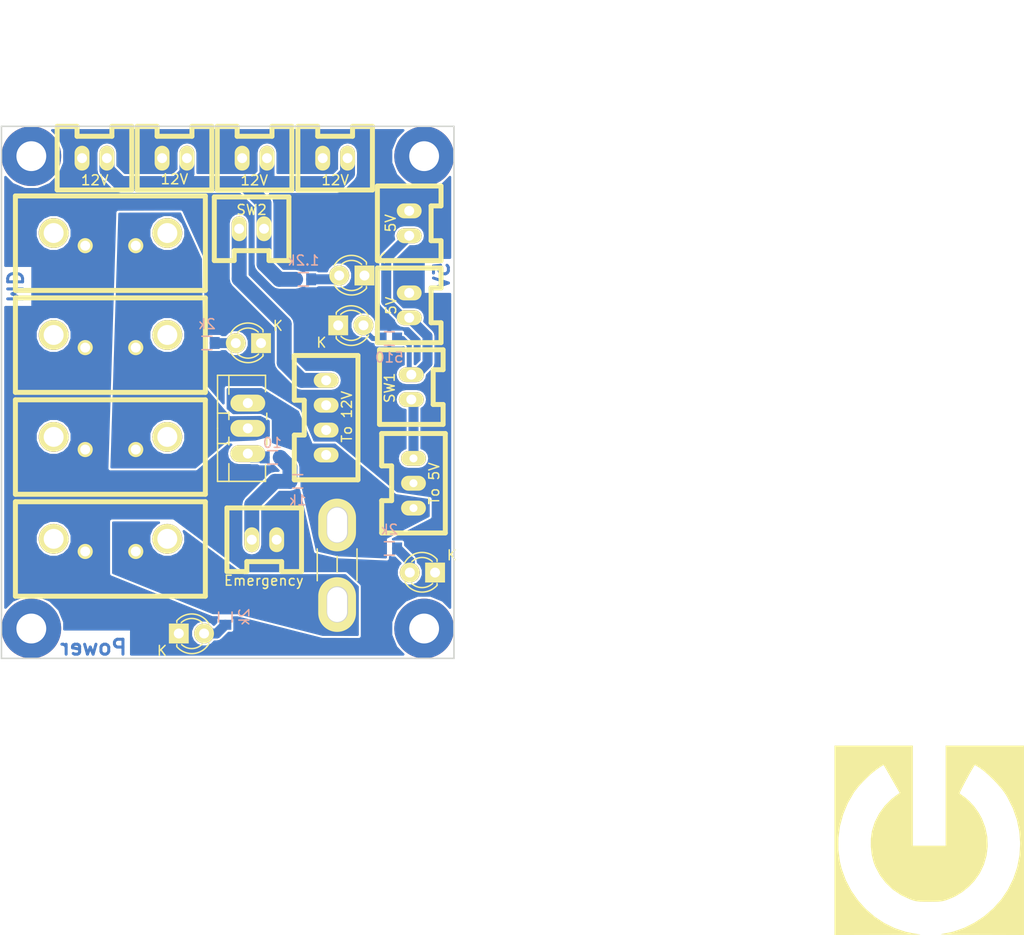
<source format=kicad_pcb>
(kicad_pcb (version 4) (host pcbnew 4.0.1-stable)

  (general
    (links 47)
    (no_connects 2)
    (area 119.424999 72.424999 165.075001 126.075001)
    (thickness 1.6)
    (drawings 23)
    (tracks 59)
    (zones 0)
    (modules 30)
    (nets 16)
  )

  (page A4)
  (layers
    (0 F.Cu signal)
    (31 B.Cu signal)
    (32 B.Adhes user)
    (33 F.Adhes user)
    (34 B.Paste user)
    (35 F.Paste user)
    (36 B.SilkS user)
    (37 F.SilkS user)
    (38 B.Mask user)
    (39 F.Mask user)
    (40 Dwgs.User user)
    (41 Cmts.User user)
    (42 Eco1.User user)
    (43 Eco2.User user)
    (44 Edge.Cuts user)
    (45 Margin user)
    (46 B.CrtYd user)
    (47 F.CrtYd user)
    (48 B.Fab user)
    (49 F.Fab user)
  )

  (setup
    (last_trace_width 1)
    (user_trace_width 0.5)
    (user_trace_width 1)
    (user_trace_width 1.5)
    (user_trace_width 2)
    (user_trace_width 2.5)
    (user_trace_width 3)
    (trace_clearance 0.2)
    (zone_clearance 0.2)
    (zone_45_only no)
    (trace_min 0.2)
    (segment_width 0.2)
    (edge_width 0.15)
    (via_size 0.6)
    (via_drill 0.4)
    (via_min_size 0.4)
    (via_min_drill 0.3)
    (user_via 6 3)
    (uvia_size 0.3)
    (uvia_drill 0.1)
    (uvias_allowed no)
    (uvia_min_size 0.2)
    (uvia_min_drill 0.1)
    (pcb_text_width 0.3)
    (pcb_text_size 1.5 1.5)
    (mod_edge_width 0.15)
    (mod_text_size 1 1)
    (mod_text_width 0.15)
    (pad_size 1.524 1.524)
    (pad_drill 0.762)
    (pad_to_mask_clearance 0.2)
    (aux_axis_origin 0 0)
    (visible_elements 7FFFFFFF)
    (pcbplotparams
      (layerselection 0x01000_80000000)
      (usegerberextensions false)
      (excludeedgelayer true)
      (linewidth 0.100000)
      (plotframeref false)
      (viasonmask false)
      (mode 1)
      (useauxorigin false)
      (hpglpennumber 1)
      (hpglpenspeed 20)
      (hpglpendiameter 15)
      (hpglpenoverlay 2)
      (psnegative false)
      (psa4output false)
      (plotreference true)
      (plotvalue true)
      (plotinvisibletext false)
      (padsonsilk false)
      (subtractmaskfromsilk false)
      (outputformat 1)
      (mirror false)
      (drillshape 0)
      (scaleselection 1)
      (outputdirectory ""))
  )

  (net 0 "")
  (net 1 GND)
  (net 2 "Net-(D1-Pad2)")
  (net 3 "Net-(D2-Pad2)")
  (net 4 "Net-(D3-Pad2)")
  (net 5 "Net-(D4-Pad2)")
  (net 6 "Net-(D5-Pad2)")
  (net 7 /ALL_Power)
  (net 8 +5V)
  (net 9 +12V)
  (net 10 /MD_POWER)
  (net 11 +BATT)
  (net 12 "Net-(P1-Pad2)")
  (net 13 /5V_SW)
  (net 14 /12V_SW)
  (net 15 "Net-(Q1-Pad1)")

  (net_class Default "これは標準のネット クラスです。"
    (clearance 0.2)
    (trace_width 0.25)
    (via_dia 0.6)
    (via_drill 0.4)
    (uvia_dia 0.3)
    (uvia_drill 0.1)
    (add_net +12V)
    (add_net +5V)
    (add_net +BATT)
    (add_net /12V_SW)
    (add_net /5V_SW)
    (add_net /ALL_Power)
    (add_net /MD_POWER)
    (add_net GND)
    (add_net "Net-(D1-Pad2)")
    (add_net "Net-(D2-Pad2)")
    (add_net "Net-(D3-Pad2)")
    (add_net "Net-(D4-Pad2)")
    (add_net "Net-(D5-Pad2)")
    (add_net "Net-(P1-Pad2)")
    (add_net "Net-(Q1-Pad1)")
  )

  (module RP_KiCAD_Connector:XA_2T (layer F.Cu) (tedit 5B39E16A) (tstamp 5B276C48)
    (at 154.3 75.7 180)
    (path /5B27871C)
    (fp_text reference P10 (at 1.25 -4.25 180) (layer F.Fab)
      (effects (font (size 1 1) (thickness 0.15)))
    )
    (fp_text value 12V (at 1.24 -2.21 180) (layer F.SilkS)
      (effects (font (size 1 1) (thickness 0.15)))
    )
    (fp_line (start -2.5 3.2) (end -0.5 3.2) (layer F.SilkS) (width 0.5))
    (fp_line (start -0.5 3.2) (end -0.5 2.2) (layer F.SilkS) (width 0.5))
    (fp_line (start -0.5 2.2) (end 3 2.2) (layer F.SilkS) (width 0.5))
    (fp_line (start 3 2.2) (end 3 3.2) (layer F.SilkS) (width 0.5))
    (fp_line (start 3 3.2) (end 5 3.2) (layer F.SilkS) (width 0.5))
    (fp_line (start -2.5 -3.2) (end -2.5 3.2) (layer F.SilkS) (width 0.5))
    (fp_line (start 5 3.2) (end 5 -3.2) (layer F.SilkS) (width 0.5))
    (fp_line (start 5 -3.2) (end -2.5 -3.2) (layer F.SilkS) (width 0.5))
    (pad 2 thru_hole oval (at 0 0 180) (size 1.5 2.5) (drill 1) (layers *.Cu *.Mask F.SilkS)
      (net 14 /12V_SW))
    (pad 1 thru_hole oval (at 2.5 0 180) (size 1.5 2.5) (drill 1) (layers *.Cu *.Mask F.SilkS)
      (net 1 GND))
    (model conn_XA/XA_2T.wrl
      (at (xyz 0.05 0 0))
      (scale (xyz 4 4 4))
      (rotate (xyz -90 0 0))
    )
  )

  (module LEDs:LED-3MM (layer F.Cu) (tedit 5B34B837) (tstamp 5B276BEB)
    (at 137.33 123.5)
    (descr "LED 3mm round vertical")
    (tags "LED  3mm round vertical")
    (path /5B27C072)
    (fp_text reference D1 (at 1.91 3.06) (layer F.Fab)
      (effects (font (size 1 1) (thickness 0.15)))
    )
    (fp_text value LED (at 1.3 -2.9) (layer F.Fab)
      (effects (font (size 1 1) (thickness 0.15)))
    )
    (fp_line (start -1.2 2.3) (end 3.8 2.3) (layer F.CrtYd) (width 0.05))
    (fp_line (start 3.8 2.3) (end 3.8 -2.2) (layer F.CrtYd) (width 0.05))
    (fp_line (start 3.8 -2.2) (end -1.2 -2.2) (layer F.CrtYd) (width 0.05))
    (fp_line (start -1.2 -2.2) (end -1.2 2.3) (layer F.CrtYd) (width 0.05))
    (fp_line (start -0.199 1.314) (end -0.199 1.114) (layer F.SilkS) (width 0.15))
    (fp_line (start -0.199 -1.28) (end -0.199 -1.1) (layer F.SilkS) (width 0.15))
    (fp_arc (start 1.301 0.034) (end -0.199 -1.286) (angle 108.5) (layer F.SilkS) (width 0.15))
    (fp_arc (start 1.301 0.034) (end 0.25 -1.1) (angle 85.7) (layer F.SilkS) (width 0.15))
    (fp_arc (start 1.311 0.034) (end 3.051 0.994) (angle 110) (layer F.SilkS) (width 0.15))
    (fp_arc (start 1.301 0.034) (end 2.335 1.094) (angle 87.5) (layer F.SilkS) (width 0.15))
    (fp_text user K (at -1.69 1.74) (layer F.SilkS)
      (effects (font (size 1 1) (thickness 0.15)))
    )
    (pad 1 thru_hole rect (at 0 0 90) (size 2 2) (drill 1.00076) (layers *.Cu *.Mask F.SilkS)
      (net 1 GND))
    (pad 2 thru_hole circle (at 2.54 0) (size 2 2) (drill 1.00076) (layers *.Cu *.Mask F.SilkS)
      (net 2 "Net-(D1-Pad2)"))
    (model LEDs.3dshapes/LED-3MM.wrl
      (at (xyz 0.05 0 0))
      (scale (xyz 1 1 1))
      (rotate (xyz 0 0 90))
    )
  )

  (module LEDs:LED-3MM (layer F.Cu) (tedit 5B34B85A) (tstamp 5B276BF1)
    (at 163.1 117.37 180)
    (descr "LED 3mm round vertical")
    (tags "LED  3mm round vertical")
    (path /5B27C0C8)
    (fp_text reference D2 (at 1.91 3.06 180) (layer F.Fab)
      (effects (font (size 1 1) (thickness 0.15)))
    )
    (fp_text value LED (at 1.3 -2.9 180) (layer F.Fab)
      (effects (font (size 1 1) (thickness 0.15)))
    )
    (fp_line (start -1.2 2.3) (end 3.8 2.3) (layer F.CrtYd) (width 0.05))
    (fp_line (start 3.8 2.3) (end 3.8 -2.2) (layer F.CrtYd) (width 0.05))
    (fp_line (start 3.8 -2.2) (end -1.2 -2.2) (layer F.CrtYd) (width 0.05))
    (fp_line (start -1.2 -2.2) (end -1.2 2.3) (layer F.CrtYd) (width 0.05))
    (fp_line (start -0.199 1.314) (end -0.199 1.114) (layer F.SilkS) (width 0.15))
    (fp_line (start -0.199 -1.28) (end -0.199 -1.1) (layer F.SilkS) (width 0.15))
    (fp_arc (start 1.301 0.034) (end -0.199 -1.286) (angle 108.5) (layer F.SilkS) (width 0.15))
    (fp_arc (start 1.301 0.034) (end 0.25 -1.1) (angle 85.7) (layer F.SilkS) (width 0.15))
    (fp_arc (start 1.311 0.034) (end 3.051 0.994) (angle 110) (layer F.SilkS) (width 0.15))
    (fp_arc (start 1.301 0.034) (end 2.335 1.094) (angle 87.5) (layer F.SilkS) (width 0.15))
    (fp_text user K (at -1.69 1.74 180) (layer F.SilkS)
      (effects (font (size 1 1) (thickness 0.15)))
    )
    (pad 1 thru_hole rect (at 0 0 270) (size 2 2) (drill 1.00076) (layers *.Cu *.Mask F.SilkS)
      (net 1 GND))
    (pad 2 thru_hole circle (at 2.54 0 180) (size 2 2) (drill 1.00076) (layers *.Cu *.Mask F.SilkS)
      (net 3 "Net-(D2-Pad2)"))
    (model LEDs.3dshapes/LED-3MM.wrl
      (at (xyz 0.05 0 0))
      (scale (xyz 1 1 1))
      (rotate (xyz 0 0 90))
    )
  )

  (module LEDs:LED-3MM (layer F.Cu) (tedit 5B34B881) (tstamp 5B276BF7)
    (at 145.6 94.3 180)
    (descr "LED 3mm round vertical")
    (tags "LED  3mm round vertical")
    (path /5B27C126)
    (fp_text reference D3 (at 1.91 3.06 180) (layer F.Fab)
      (effects (font (size 1 1) (thickness 0.15)))
    )
    (fp_text value LED (at 1.3 -2.9 180) (layer F.Fab)
      (effects (font (size 1 1) (thickness 0.15)))
    )
    (fp_line (start -1.2 2.3) (end 3.8 2.3) (layer F.CrtYd) (width 0.05))
    (fp_line (start 3.8 2.3) (end 3.8 -2.2) (layer F.CrtYd) (width 0.05))
    (fp_line (start 3.8 -2.2) (end -1.2 -2.2) (layer F.CrtYd) (width 0.05))
    (fp_line (start -1.2 -2.2) (end -1.2 2.3) (layer F.CrtYd) (width 0.05))
    (fp_line (start -0.199 1.314) (end -0.199 1.114) (layer F.SilkS) (width 0.15))
    (fp_line (start -0.199 -1.28) (end -0.199 -1.1) (layer F.SilkS) (width 0.15))
    (fp_arc (start 1.301 0.034) (end -0.199 -1.286) (angle 108.5) (layer F.SilkS) (width 0.15))
    (fp_arc (start 1.301 0.034) (end 0.25 -1.1) (angle 85.7) (layer F.SilkS) (width 0.15))
    (fp_arc (start 1.311 0.034) (end 3.051 0.994) (angle 110) (layer F.SilkS) (width 0.15))
    (fp_arc (start 1.301 0.034) (end 2.335 1.094) (angle 87.5) (layer F.SilkS) (width 0.15))
    (fp_text user K (at -1.69 1.74 180) (layer F.SilkS)
      (effects (font (size 1 1) (thickness 0.15)))
    )
    (pad 1 thru_hole rect (at 0 0 270) (size 2 2) (drill 1.00076) (layers *.Cu *.Mask F.SilkS)
      (net 1 GND))
    (pad 2 thru_hole circle (at 2.54 0 180) (size 2 2) (drill 1.00076) (layers *.Cu *.Mask F.SilkS)
      (net 4 "Net-(D3-Pad2)"))
    (model LEDs.3dshapes/LED-3MM.wrl
      (at (xyz 0.05 0 0))
      (scale (xyz 1 1 1))
      (rotate (xyz 0 0 90))
    )
  )

  (module LEDs:LED-3MM (layer F.Cu) (tedit 5B34B886) (tstamp 5B276BFD)
    (at 156 87.5 180)
    (descr "LED 3mm round vertical")
    (tags "LED  3mm round vertical")
    (path /5B27C17F)
    (fp_text reference D4 (at 1.91 3.06 180) (layer F.Fab)
      (effects (font (size 1 1) (thickness 0.15)))
    )
    (fp_text value LED (at 1.3 -2.9 180) (layer F.Fab)
      (effects (font (size 1 1) (thickness 0.15)))
    )
    (fp_line (start -1.2 2.3) (end 3.8 2.3) (layer F.CrtYd) (width 0.05))
    (fp_line (start 3.8 2.3) (end 3.8 -2.2) (layer F.CrtYd) (width 0.05))
    (fp_line (start 3.8 -2.2) (end -1.2 -2.2) (layer F.CrtYd) (width 0.05))
    (fp_line (start -1.2 -2.2) (end -1.2 2.3) (layer F.CrtYd) (width 0.05))
    (fp_line (start -0.199 1.314) (end -0.199 1.114) (layer F.SilkS) (width 0.15))
    (fp_line (start -0.199 -1.28) (end -0.199 -1.1) (layer F.SilkS) (width 0.15))
    (fp_arc (start 1.301 0.034) (end -0.199 -1.286) (angle 108.5) (layer F.SilkS) (width 0.15))
    (fp_arc (start 1.301 0.034) (end 0.25 -1.1) (angle 85.7) (layer F.SilkS) (width 0.15))
    (fp_arc (start 1.311 0.034) (end 3.051 0.994) (angle 110) (layer F.SilkS) (width 0.15))
    (fp_arc (start 1.301 0.034) (end 2.335 1.094) (angle 87.5) (layer F.SilkS) (width 0.15))
    (fp_text user K (at -1.69 1.74 180) (layer F.SilkS)
      (effects (font (size 1 1) (thickness 0.15)))
    )
    (pad 1 thru_hole rect (at 0 0 270) (size 2 2) (drill 1.00076) (layers *.Cu *.Mask F.SilkS)
      (net 1 GND))
    (pad 2 thru_hole circle (at 2.54 0 180) (size 2 2) (drill 1.00076) (layers *.Cu *.Mask F.SilkS)
      (net 5 "Net-(D4-Pad2)"))
    (model LEDs.3dshapes/LED-3MM.wrl
      (at (xyz 0.05 0 0))
      (scale (xyz 1 1 1))
      (rotate (xyz 0 0 90))
    )
  )

  (module LEDs:LED-3MM (layer F.Cu) (tedit 5B34B865) (tstamp 5B276C03)
    (at 153.36 92.51)
    (descr "LED 3mm round vertical")
    (tags "LED  3mm round vertical")
    (path /5B27DF33)
    (fp_text reference D5 (at 1.91 3.06) (layer F.Fab)
      (effects (font (size 1 1) (thickness 0.15)))
    )
    (fp_text value LED (at 1.3 -2.9) (layer F.Fab)
      (effects (font (size 1 1) (thickness 0.15)))
    )
    (fp_line (start -1.2 2.3) (end 3.8 2.3) (layer F.CrtYd) (width 0.05))
    (fp_line (start 3.8 2.3) (end 3.8 -2.2) (layer F.CrtYd) (width 0.05))
    (fp_line (start 3.8 -2.2) (end -1.2 -2.2) (layer F.CrtYd) (width 0.05))
    (fp_line (start -1.2 -2.2) (end -1.2 2.3) (layer F.CrtYd) (width 0.05))
    (fp_line (start -0.199 1.314) (end -0.199 1.114) (layer F.SilkS) (width 0.15))
    (fp_line (start -0.199 -1.28) (end -0.199 -1.1) (layer F.SilkS) (width 0.15))
    (fp_arc (start 1.301 0.034) (end -0.199 -1.286) (angle 108.5) (layer F.SilkS) (width 0.15))
    (fp_arc (start 1.301 0.034) (end 0.25 -1.1) (angle 85.7) (layer F.SilkS) (width 0.15))
    (fp_arc (start 1.311 0.034) (end 3.051 0.994) (angle 110) (layer F.SilkS) (width 0.15))
    (fp_arc (start 1.301 0.034) (end 2.335 1.094) (angle 87.5) (layer F.SilkS) (width 0.15))
    (fp_text user K (at -1.69 1.74) (layer F.SilkS)
      (effects (font (size 1 1) (thickness 0.15)))
    )
    (pad 1 thru_hole rect (at 0 0 90) (size 2 2) (drill 1.00076) (layers *.Cu *.Mask F.SilkS)
      (net 1 GND))
    (pad 2 thru_hole circle (at 2.54 0) (size 2 2) (drill 1.00076) (layers *.Cu *.Mask F.SilkS)
      (net 6 "Net-(D5-Pad2)"))
    (model LEDs.3dshapes/LED-3MM.wrl
      (at (xyz 0.05 0 0))
      (scale (xyz 1 1 1))
      (rotate (xyz 0 0 90))
    )
  )

  (module RP_KiCAD_Connector:XA_2T (layer F.Cu) (tedit 5B39E06D) (tstamp 5B276C09)
    (at 144.67 114.07)
    (path /5B276B67)
    (fp_text reference P1 (at 1.25 -4.25) (layer F.Fab)
      (effects (font (size 1 1) (thickness 0.15)))
    )
    (fp_text value Emergency (at 1.21 4.11) (layer F.SilkS)
      (effects (font (size 1 1) (thickness 0.15)))
    )
    (fp_line (start -2.5 3.2) (end -0.5 3.2) (layer F.SilkS) (width 0.5))
    (fp_line (start -0.5 3.2) (end -0.5 2.2) (layer F.SilkS) (width 0.5))
    (fp_line (start -0.5 2.2) (end 3 2.2) (layer F.SilkS) (width 0.5))
    (fp_line (start 3 2.2) (end 3 3.2) (layer F.SilkS) (width 0.5))
    (fp_line (start 3 3.2) (end 5 3.2) (layer F.SilkS) (width 0.5))
    (fp_line (start -2.5 -3.2) (end -2.5 3.2) (layer F.SilkS) (width 0.5))
    (fp_line (start 5 3.2) (end 5 -3.2) (layer F.SilkS) (width 0.5))
    (fp_line (start 5 -3.2) (end -2.5 -3.2) (layer F.SilkS) (width 0.5))
    (pad 2 thru_hole oval (at 0 0) (size 1.5 2.5) (drill 1) (layers *.Cu *.Mask F.SilkS)
      (net 12 "Net-(P1-Pad2)"))
    (pad 1 thru_hole oval (at 2.5 0) (size 1.5 2.5) (drill 1) (layers *.Cu *.Mask F.SilkS)
      (net 1 GND))
    (model conn_XA/XA_2T.wrl
      (at (xyz 0.05 0 0))
      (scale (xyz 4 4 4))
      (rotate (xyz -90 0 0))
    )
  )

  (module RP_KiCAD_Connector:XA_3T (layer F.Cu) (tedit 5B9A683D) (tstamp 5B276C10)
    (at 160.93 105.89 270)
    (path /5B277B69)
    (fp_text reference P2 (at 0 0.5 270) (layer F.Fab)
      (effects (font (size 1 1) (thickness 0.15)))
    )
    (fp_text value "To 5V" (at 2.52 -2.08 270) (layer F.SilkS)
      (effects (font (size 1 1) (thickness 0.15)))
    )
    (fp_line (start 0.75 2.2) (end 4.25 2.2) (layer F.SilkS) (width 0.5))
    (fp_line (start 4.25 2.2) (end 4.25 3.2) (layer F.SilkS) (width 0.5))
    (fp_line (start 4.25 3.2) (end 7.5 3.2) (layer F.SilkS) (width 0.5))
    (fp_line (start -2.5 3.2) (end 0.75 3.2) (layer F.SilkS) (width 0.5))
    (fp_line (start 0.75 3.2) (end 0.75 2.2) (layer F.SilkS) (width 0.5))
    (fp_line (start -2.5 -3.2) (end 7.5 -3.2) (layer F.SilkS) (width 0.5))
    (fp_line (start 7.5 -3.2) (end 7.5 3.2) (layer F.SilkS) (width 0.5))
    (fp_line (start -2.5 -3.2) (end -2.5 3.2) (layer F.SilkS) (width 0.5))
    (pad 3 thru_hole oval (at 0 0 270) (size 1.5 2.5) (drill 0.8) (layers *.Cu *.Mask F.SilkS)
      (net 8 +5V))
    (pad 2 thru_hole oval (at 2.5 0 270) (size 1.5 2.5) (drill 0.8) (layers *.Cu *.Mask F.SilkS)
      (net 1 GND))
    (pad 1 thru_hole oval (at 5 0 270) (size 1.5 2.5) (drill 0.8) (layers *.Cu *.Mask F.SilkS)
      (net 7 /ALL_Power))
    (model conn_XA/XA_3T.wrl
      (at (xyz 0.1 0 0))
      (scale (xyz 4 4 4))
      (rotate (xyz -90 0 0))
    )
  )

  (module RP_KiCAD_Connector:XA_4T (layer F.Cu) (tedit 5B9A6827) (tstamp 5B276C18)
    (at 152.146 98.044 270)
    (path /5B277D87)
    (fp_text reference P3 (at 3.75 -4.25 270) (layer F.Fab)
      (effects (font (size 1 1) (thickness 0.15)))
    )
    (fp_text value "To 12V" (at 3.656 -2.084 270) (layer F.SilkS)
      (effects (font (size 1 1) (thickness 0.15)))
    )
    (fp_line (start -2.5 3.2) (end 2 3.2) (layer F.SilkS) (width 0.5))
    (fp_line (start 2 3.2) (end 2 2.2) (layer F.SilkS) (width 0.5))
    (fp_line (start 2 2.2) (end 5.5 2.2) (layer F.SilkS) (width 0.5))
    (fp_line (start 5.5 2.2) (end 5.5 3.2) (layer F.SilkS) (width 0.5))
    (fp_line (start 5.5 3.2) (end 10 3.2) (layer F.SilkS) (width 0.5))
    (fp_line (start 10 -3.2) (end -2.5 -3.2) (layer F.SilkS) (width 0.5))
    (fp_line (start 10 3.2) (end 10 -3.2) (layer F.SilkS) (width 0.5))
    (fp_line (start -2.5 -3.2) (end -2.5 3.2) (layer F.SilkS) (width 0.5))
    (pad 4 thru_hole oval (at 0 0 270) (size 1.5 2.5) (drill 1) (layers *.Cu *.Mask F.SilkS)
      (net 9 +12V))
    (pad 3 thru_hole oval (at 2.5 0 270) (size 1.5 2.5) (drill 1) (layers *.Cu *.Mask F.SilkS)
      (net 1 GND))
    (pad 2 thru_hole oval (at 5 0 270) (size 1.5 2.5) (drill 1) (layers *.Cu *.Mask F.SilkS)
      (net 1 GND))
    (pad 1 thru_hole oval (at 7.5 0 270) (size 1.5 2.5) (drill 1) (layers *.Cu *.Mask F.SilkS)
      (net 7 /ALL_Power))
    (model conn_XA/XA_4T.wrl
      (at (xyz 0.15 0 0))
      (scale (xyz 3.95 3.95 3.95))
      (rotate (xyz -90 0 0))
    )
  )

  (module RP_KiCAD_Connector:D3200_2T (layer F.Cu) (tedit 5B34B827) (tstamp 5B276C20)
    (at 133 105 180)
    (path /5B2797BA)
    (fp_text reference P4 (at 0 0.5 180) (layer F.Fab)
      (effects (font (size 1 1) (thickness 0.15)))
    )
    (fp_text value MD_POWER (at 0 -0.5 180) (layer F.Fab)
      (effects (font (size 1 1) (thickness 0.15)))
    )
    (fp_line (start -7 5) (end 12.1 5) (layer F.SilkS) (width 0.5))
    (fp_line (start 12.1 5) (end 12.1 -4.5) (layer F.SilkS) (width 0.5))
    (fp_line (start -7 -4.5) (end 12.1 -4.5) (layer F.SilkS) (width 0.5))
    (fp_line (start -7 -4.5) (end -7 5) (layer F.SilkS) (width 0.5))
    (pad 2 thru_hole circle (at 0 0 180) (size 1.524 1.524) (drill 1) (layers *.Cu *.Mask F.SilkS)
      (net 10 /MD_POWER))
    (pad 1 thru_hole circle (at 5.08 0 180) (size 1.524 1.524) (drill 1) (layers *.Cu *.Mask F.SilkS)
      (net 1 GND))
    (pad "" thru_hole circle (at -3.175 1.27 180) (size 3 3) (drill 2) (layers *.Cu *.Mask F.SilkS))
    (pad "" thru_hole circle (at 8.255 1.27 180) (size 3 3) (drill 2) (layers *.Cu *.Mask F.SilkS))
    (model conn_D3200/D-3200T_2.wrl
      (at (xyz 0.1 0 0.2))
      (scale (xyz 3.95 3.95 3.95))
      (rotate (xyz 0 0 0))
    )
  )

  (module RP_KiCAD_Connector:D3200_2T (layer F.Cu) (tedit 5B34B831) (tstamp 5B276C28)
    (at 133 115.25 180)
    (path /5B277418)
    (fp_text reference P5 (at 0 0.5 180) (layer F.Fab)
      (effects (font (size 1 1) (thickness 0.15)))
    )
    (fp_text value POWER_in (at 0 -0.5 180) (layer F.Fab)
      (effects (font (size 1 1) (thickness 0.15)))
    )
    (fp_line (start -7 5) (end 12.1 5) (layer F.SilkS) (width 0.5))
    (fp_line (start 12.1 5) (end 12.1 -4.5) (layer F.SilkS) (width 0.5))
    (fp_line (start -7 -4.5) (end 12.1 -4.5) (layer F.SilkS) (width 0.5))
    (fp_line (start -7 -4.5) (end -7 5) (layer F.SilkS) (width 0.5))
    (pad 2 thru_hole circle (at 0 0 180) (size 1.524 1.524) (drill 1) (layers *.Cu *.Mask F.SilkS)
      (net 11 +BATT))
    (pad 1 thru_hole circle (at 5.08 0 180) (size 1.524 1.524) (drill 1) (layers *.Cu *.Mask F.SilkS)
      (net 1 GND))
    (pad "" thru_hole circle (at -3.175 1.27 180) (size 3 3) (drill 2) (layers *.Cu *.Mask F.SilkS))
    (pad "" thru_hole circle (at 8.255 1.27 180) (size 3 3) (drill 2) (layers *.Cu *.Mask F.SilkS))
    (model conn_D3200/D-3200T_2.wrl
      (at (xyz 0.1 0 0.2))
      (scale (xyz 3.95 3.95 3.95))
      (rotate (xyz 0 0 0))
    )
  )

  (module RP_KiCAD_Connector:XA_2T (layer F.Cu) (tedit 5B39E0AC) (tstamp 5B276C2E)
    (at 160.5 83.5 90)
    (path /5B278447)
    (fp_text reference P6 (at 1.25 -4.25 90) (layer F.Fab)
      (effects (font (size 1 1) (thickness 0.15)))
    )
    (fp_text value 5V (at 1.26 -1.87 90) (layer F.SilkS)
      (effects (font (size 1 1) (thickness 0.15)))
    )
    (fp_line (start -2.5 3.2) (end -0.5 3.2) (layer F.SilkS) (width 0.5))
    (fp_line (start -0.5 3.2) (end -0.5 2.2) (layer F.SilkS) (width 0.5))
    (fp_line (start -0.5 2.2) (end 3 2.2) (layer F.SilkS) (width 0.5))
    (fp_line (start 3 2.2) (end 3 3.2) (layer F.SilkS) (width 0.5))
    (fp_line (start 3 3.2) (end 5 3.2) (layer F.SilkS) (width 0.5))
    (fp_line (start -2.5 -3.2) (end -2.5 3.2) (layer F.SilkS) (width 0.5))
    (fp_line (start 5 3.2) (end 5 -3.2) (layer F.SilkS) (width 0.5))
    (fp_line (start 5 -3.2) (end -2.5 -3.2) (layer F.SilkS) (width 0.5))
    (pad 2 thru_hole oval (at 0 0 90) (size 1.5 2.5) (drill 1) (layers *.Cu *.Mask F.SilkS)
      (net 13 /5V_SW))
    (pad 1 thru_hole oval (at 2.5 0 90) (size 1.5 2.5) (drill 1) (layers *.Cu *.Mask F.SilkS)
      (net 1 GND))
    (model conn_XA/XA_2T.wrl
      (at (xyz 0.05 0 0))
      (scale (xyz 4 4 4))
      (rotate (xyz -90 0 0))
    )
  )

  (module RP_KiCAD_Connector:XA_2T (layer F.Cu) (tedit 5B39E175) (tstamp 5B276C34)
    (at 146.2 75.7 180)
    (path /5B2785F3)
    (fp_text reference P7 (at 1.24 -2.24 180) (layer F.Fab)
      (effects (font (size 1 1) (thickness 0.15)))
    )
    (fp_text value 12V (at 1.28 -2.23 180) (layer F.SilkS)
      (effects (font (size 1 1) (thickness 0.15)))
    )
    (fp_line (start -2.5 3.2) (end -0.5 3.2) (layer F.SilkS) (width 0.5))
    (fp_line (start -0.5 3.2) (end -0.5 2.2) (layer F.SilkS) (width 0.5))
    (fp_line (start -0.5 2.2) (end 3 2.2) (layer F.SilkS) (width 0.5))
    (fp_line (start 3 2.2) (end 3 3.2) (layer F.SilkS) (width 0.5))
    (fp_line (start 3 3.2) (end 5 3.2) (layer F.SilkS) (width 0.5))
    (fp_line (start -2.5 -3.2) (end -2.5 3.2) (layer F.SilkS) (width 0.5))
    (fp_line (start 5 3.2) (end 5 -3.2) (layer F.SilkS) (width 0.5))
    (fp_line (start 5 -3.2) (end -2.5 -3.2) (layer F.SilkS) (width 0.5))
    (pad 2 thru_hole oval (at 0 0 180) (size 1.5 2.5) (drill 1) (layers *.Cu *.Mask F.SilkS)
      (net 14 /12V_SW))
    (pad 1 thru_hole oval (at 2.5 0 180) (size 1.5 2.5) (drill 1) (layers *.Cu *.Mask F.SilkS)
      (net 1 GND))
    (model conn_XA/XA_2T.wrl
      (at (xyz 0.05 0 0))
      (scale (xyz 4 4 4))
      (rotate (xyz -90 0 0))
    )
  )

  (module RP_KiCAD_Connector:D3200_2T (layer F.Cu) (tedit 5B34B7FC) (tstamp 5B276C3C)
    (at 133 94.75 180)
    (path /5B27982C)
    (fp_text reference P8 (at 0 0.5 180) (layer F.Fab)
      (effects (font (size 1 1) (thickness 0.15)))
    )
    (fp_text value MD_POWER (at 0 -0.5 180) (layer F.Fab)
      (effects (font (size 1 1) (thickness 0.15)))
    )
    (fp_line (start -7 5) (end 12.1 5) (layer F.SilkS) (width 0.5))
    (fp_line (start 12.1 5) (end 12.1 -4.5) (layer F.SilkS) (width 0.5))
    (fp_line (start -7 -4.5) (end 12.1 -4.5) (layer F.SilkS) (width 0.5))
    (fp_line (start -7 -4.5) (end -7 5) (layer F.SilkS) (width 0.5))
    (pad 2 thru_hole circle (at 0 0 180) (size 1.524 1.524) (drill 1) (layers *.Cu *.Mask F.SilkS)
      (net 10 /MD_POWER))
    (pad 1 thru_hole circle (at 5.08 0 180) (size 1.524 1.524) (drill 1) (layers *.Cu *.Mask F.SilkS)
      (net 1 GND))
    (pad "" thru_hole circle (at -3.175 1.27 180) (size 3 3) (drill 2) (layers *.Cu *.Mask F.SilkS))
    (pad "" thru_hole circle (at 8.255 1.27 180) (size 3 3) (drill 2) (layers *.Cu *.Mask F.SilkS))
    (model conn_D3200/D-3200T_2.wrl
      (at (xyz 0.1 0 0.2))
      (scale (xyz 3.95 3.95 3.95))
      (rotate (xyz 0 0 0))
    )
  )

  (module RP_KiCAD_Connector:XA_2T (layer F.Cu) (tedit 5B39E0A0) (tstamp 5B276C42)
    (at 160.5 91.75 90)
    (path /5B2784C3)
    (fp_text reference P9 (at 1.25 -4.25 90) (layer F.Fab)
      (effects (font (size 1 1) (thickness 0.15)))
    )
    (fp_text value 5V (at 1.21 -1.82 90) (layer F.SilkS)
      (effects (font (size 1 1) (thickness 0.15)))
    )
    (fp_line (start -2.5 3.2) (end -0.5 3.2) (layer F.SilkS) (width 0.5))
    (fp_line (start -0.5 3.2) (end -0.5 2.2) (layer F.SilkS) (width 0.5))
    (fp_line (start -0.5 2.2) (end 3 2.2) (layer F.SilkS) (width 0.5))
    (fp_line (start 3 2.2) (end 3 3.2) (layer F.SilkS) (width 0.5))
    (fp_line (start 3 3.2) (end 5 3.2) (layer F.SilkS) (width 0.5))
    (fp_line (start -2.5 -3.2) (end -2.5 3.2) (layer F.SilkS) (width 0.5))
    (fp_line (start 5 3.2) (end 5 -3.2) (layer F.SilkS) (width 0.5))
    (fp_line (start 5 -3.2) (end -2.5 -3.2) (layer F.SilkS) (width 0.5))
    (pad 2 thru_hole oval (at 0 0 90) (size 1.5 2.5) (drill 1) (layers *.Cu *.Mask F.SilkS)
      (net 13 /5V_SW))
    (pad 1 thru_hole oval (at 2.5 0 90) (size 1.5 2.5) (drill 1) (layers *.Cu *.Mask F.SilkS)
      (net 1 GND))
    (model conn_XA/XA_2T.wrl
      (at (xyz 0.05 0 0))
      (scale (xyz 4 4 4))
      (rotate (xyz -90 0 0))
    )
  )

  (module RP_KiCAD_Connector:D3200_2T (layer F.Cu) (tedit 5B34B7F0) (tstamp 5B276C50)
    (at 133 84.5 180)
    (path /5B279881)
    (fp_text reference P11 (at 0 0.5 180) (layer F.Fab)
      (effects (font (size 1 1) (thickness 0.15)))
    )
    (fp_text value MD_POWER (at 0 -0.5 180) (layer F.Fab)
      (effects (font (size 1 1) (thickness 0.15)))
    )
    (fp_line (start -7 5) (end 12.1 5) (layer F.SilkS) (width 0.5))
    (fp_line (start 12.1 5) (end 12.1 -4.5) (layer F.SilkS) (width 0.5))
    (fp_line (start -7 -4.5) (end 12.1 -4.5) (layer F.SilkS) (width 0.5))
    (fp_line (start -7 -4.5) (end -7 5) (layer F.SilkS) (width 0.5))
    (pad 2 thru_hole circle (at 0 0 180) (size 1.524 1.524) (drill 1) (layers *.Cu *.Mask F.SilkS)
      (net 10 /MD_POWER))
    (pad 1 thru_hole circle (at 5.08 0 180) (size 1.524 1.524) (drill 1) (layers *.Cu *.Mask F.SilkS)
      (net 1 GND))
    (pad "" thru_hole circle (at -3.175 1.27 180) (size 3 3) (drill 2) (layers *.Cu *.Mask F.SilkS))
    (pad "" thru_hole circle (at 8.255 1.27 180) (size 3 3) (drill 2) (layers *.Cu *.Mask F.SilkS))
    (model conn_D3200/D-3200T_2.wrl
      (at (xyz 0.1 0 0.2))
      (scale (xyz 3.95 3.95 3.95))
      (rotate (xyz 0 0 0))
    )
  )

  (module TO_SOT_Packages_THT:TO-220_Neutral123_Vertical_LargePads (layer F.Cu) (tedit 5B34B851) (tstamp 5B276C57)
    (at 144.272 102.87 90)
    (descr "TO-220, Neutral, Vertical, Large Pads,")
    (tags "TO-220, Neutral, Vertical, Large Pads,")
    (path /5B276A1C)
    (fp_text reference Q1 (at 0 -5.08 90) (layer F.Fab)
      (effects (font (size 1 1) (thickness 0.15)))
    )
    (fp_text value Q_PMOS_GDS (at 0 3.81 90) (layer F.Fab)
      (effects (font (size 1 1) (thickness 0.15)))
    )
    (fp_line (start 5.334 -1.905) (end 3.429 -1.905) (layer F.SilkS) (width 0.15))
    (fp_line (start 0.889 -1.905) (end 1.651 -1.905) (layer F.SilkS) (width 0.15))
    (fp_line (start -1.524 -1.905) (end -1.651 -1.905) (layer F.SilkS) (width 0.15))
    (fp_line (start -1.524 -1.905) (end -0.889 -1.905) (layer F.SilkS) (width 0.15))
    (fp_line (start -5.334 -1.905) (end -3.556 -1.905) (layer F.SilkS) (width 0.15))
    (fp_line (start -5.334 1.778) (end -3.683 1.778) (layer F.SilkS) (width 0.15))
    (fp_line (start -1.016 1.905) (end -1.651 1.905) (layer F.SilkS) (width 0.15))
    (fp_line (start 1.524 1.905) (end 0.889 1.905) (layer F.SilkS) (width 0.15))
    (fp_line (start 5.334 1.778) (end 3.683 1.778) (layer F.SilkS) (width 0.15))
    (fp_line (start -1.524 -3.048) (end -1.524 -1.905) (layer F.SilkS) (width 0.15))
    (fp_line (start 1.524 -3.048) (end 1.524 -1.905) (layer F.SilkS) (width 0.15))
    (fp_line (start 5.334 -1.905) (end 5.334 1.778) (layer F.SilkS) (width 0.15))
    (fp_line (start -5.334 1.778) (end -5.334 -1.905) (layer F.SilkS) (width 0.15))
    (fp_line (start 5.334 -3.048) (end 5.334 -1.905) (layer F.SilkS) (width 0.15))
    (fp_line (start -5.334 -1.905) (end -5.334 -3.048) (layer F.SilkS) (width 0.15))
    (fp_line (start 0 -3.048) (end -5.334 -3.048) (layer F.SilkS) (width 0.15))
    (fp_line (start 0 -3.048) (end 5.334 -3.048) (layer F.SilkS) (width 0.15))
    (pad 2 thru_hole oval (at 0 0 180) (size 3.50012 1.69926) (drill 1.00076) (layers *.Cu *.Mask F.SilkS)
      (net 10 /MD_POWER))
    (pad 1 thru_hole oval (at -2.54 0 180) (size 3.50012 1.69926) (drill 1.00076) (layers *.Cu *.Mask F.SilkS)
      (net 15 "Net-(Q1-Pad1)"))
    (pad 3 thru_hole oval (at 2.54 0 180) (size 3.50012 1.69926) (drill 1.00076) (layers *.Cu *.Mask F.SilkS)
      (net 7 /ALL_Power))
    (model TO_SOT_Packages_THT.3dshapes/TO-220_Neutral123_Vertical_LargePads.wrl
      (at (xyz 0 0 0))
      (scale (xyz 0.3937 0.3937 0.3937))
      (rotate (xyz 0 0 0))
    )
  )

  (module Resistors_SMD:R_0603 (layer B.Cu) (tedit 5B36DCFB) (tstamp 5B276C6A)
    (at 149.29 108.2 180)
    (descr "Resistor SMD 0603, reflow soldering, Vishay (see dcrcw.pdf)")
    (tags "resistor 0603")
    (path /5B276BE2)
    (attr smd)
    (fp_text reference R2 (at 0 1.9 180) (layer B.Fab)
      (effects (font (size 1 1) (thickness 0.15)) (justify mirror))
    )
    (fp_text value 1k (at 0 -1.9 180) (layer B.SilkS)
      (effects (font (size 1 1) (thickness 0.15)) (justify mirror))
    )
    (fp_line (start -1.3 0.8) (end 1.3 0.8) (layer B.CrtYd) (width 0.05))
    (fp_line (start -1.3 -0.8) (end 1.3 -0.8) (layer B.CrtYd) (width 0.05))
    (fp_line (start -1.3 0.8) (end -1.3 -0.8) (layer B.CrtYd) (width 0.05))
    (fp_line (start 1.3 0.8) (end 1.3 -0.8) (layer B.CrtYd) (width 0.05))
    (fp_line (start 0.5 -0.675) (end -0.5 -0.675) (layer B.SilkS) (width 0.15))
    (fp_line (start -0.5 0.675) (end 0.5 0.675) (layer B.SilkS) (width 0.15))
    (pad 1 smd rect (at -0.78 0 180) (size 1 1.2) (layers B.Cu B.Paste B.Mask)
      (net 7 /ALL_Power))
    (pad 2 smd rect (at 0.78 0 180) (size 1 1.2) (layers B.Cu B.Paste B.Mask)
      (net 12 "Net-(P1-Pad2)"))
    (model Resistors_SMD.3dshapes/R_0603.wrl
      (at (xyz 0 0 0))
      (scale (xyz 1 1 1))
      (rotate (xyz 0 0 0))
    )
  )

  (module Resistors_SMD:R_0603 (layer B.Cu) (tedit 5B9A67E4) (tstamp 5B276C70)
    (at 142.01 121.84 270)
    (descr "Resistor SMD 0603, reflow soldering, Vishay (see dcrcw.pdf)")
    (tags "resistor 0603")
    (path /5B27BC59)
    (attr smd)
    (fp_text reference R3 (at 0 1.9 270) (layer B.Fab)
      (effects (font (size 1 1) (thickness 0.15)) (justify mirror))
    )
    (fp_text value 2k (at 0 -1.9 270) (layer B.SilkS)
      (effects (font (size 1 1) (thickness 0.15)) (justify mirror))
    )
    (fp_line (start -1.3 0.8) (end 1.3 0.8) (layer B.CrtYd) (width 0.05))
    (fp_line (start -1.3 -0.8) (end 1.3 -0.8) (layer B.CrtYd) (width 0.05))
    (fp_line (start -1.3 0.8) (end -1.3 -0.8) (layer B.CrtYd) (width 0.05))
    (fp_line (start 1.3 0.8) (end 1.3 -0.8) (layer B.CrtYd) (width 0.05))
    (fp_line (start 0.5 -0.675) (end -0.5 -0.675) (layer B.SilkS) (width 0.15))
    (fp_line (start -0.5 0.675) (end 0.5 0.675) (layer B.SilkS) (width 0.15))
    (pad 1 smd rect (at -0.78 0 270) (size 1 1.2) (layers B.Cu B.Paste B.Mask)
      (net 11 +BATT))
    (pad 2 smd rect (at 0.78 0 270) (size 1 1.2) (layers B.Cu B.Paste B.Mask)
      (net 2 "Net-(D1-Pad2)"))
    (model Resistors_SMD.3dshapes/R_0603.wrl
      (at (xyz 0 0 0))
      (scale (xyz 1 1 1))
      (rotate (xyz 0 0 0))
    )
  )

  (module Resistors_SMD:R_0603 (layer B.Cu) (tedit 5B36E285) (tstamp 5B276C76)
    (at 158.5 114.95)
    (descr "Resistor SMD 0603, reflow soldering, Vishay (see dcrcw.pdf)")
    (tags "resistor 0603")
    (path /5B27BCA1)
    (attr smd)
    (fp_text reference R4 (at 0 1.9) (layer B.Fab)
      (effects (font (size 1 1) (thickness 0.15)) (justify mirror))
    )
    (fp_text value 2k (at 0 -1.9) (layer B.SilkS)
      (effects (font (size 1 1) (thickness 0.15)) (justify mirror))
    )
    (fp_line (start -1.3 0.8) (end 1.3 0.8) (layer B.CrtYd) (width 0.05))
    (fp_line (start -1.3 -0.8) (end 1.3 -0.8) (layer B.CrtYd) (width 0.05))
    (fp_line (start -1.3 0.8) (end -1.3 -0.8) (layer B.CrtYd) (width 0.05))
    (fp_line (start 1.3 0.8) (end 1.3 -0.8) (layer B.CrtYd) (width 0.05))
    (fp_line (start 0.5 -0.675) (end -0.5 -0.675) (layer B.SilkS) (width 0.15))
    (fp_line (start -0.5 0.675) (end 0.5 0.675) (layer B.SilkS) (width 0.15))
    (pad 1 smd rect (at -0.78 0) (size 1 1.2) (layers B.Cu B.Paste B.Mask)
      (net 7 /ALL_Power))
    (pad 2 smd rect (at 0.78 0) (size 1 1.2) (layers B.Cu B.Paste B.Mask)
      (net 3 "Net-(D2-Pad2)"))
    (model Resistors_SMD.3dshapes/R_0603.wrl
      (at (xyz 0 0 0))
      (scale (xyz 1 1 1))
      (rotate (xyz 0 0 0))
    )
  )

  (module Resistors_SMD:R_0603 (layer B.Cu) (tedit 5B27774A) (tstamp 5B276C7C)
    (at 140.154 94.284)
    (descr "Resistor SMD 0603, reflow soldering, Vishay (see dcrcw.pdf)")
    (tags "resistor 0603")
    (path /5B27BD7B)
    (attr smd)
    (fp_text reference R5 (at 0 1.9) (layer B.Fab)
      (effects (font (size 1 1) (thickness 0.15)) (justify mirror))
    )
    (fp_text value 2k (at 0 -1.9) (layer B.SilkS)
      (effects (font (size 1 1) (thickness 0.15)) (justify mirror))
    )
    (fp_line (start -1.3 0.8) (end 1.3 0.8) (layer B.CrtYd) (width 0.05))
    (fp_line (start -1.3 -0.8) (end 1.3 -0.8) (layer B.CrtYd) (width 0.05))
    (fp_line (start -1.3 0.8) (end -1.3 -0.8) (layer B.CrtYd) (width 0.05))
    (fp_line (start 1.3 0.8) (end 1.3 -0.8) (layer B.CrtYd) (width 0.05))
    (fp_line (start 0.5 -0.675) (end -0.5 -0.675) (layer B.SilkS) (width 0.15))
    (fp_line (start -0.5 0.675) (end 0.5 0.675) (layer B.SilkS) (width 0.15))
    (pad 1 smd rect (at -0.78 0) (size 1 1.2) (layers B.Cu B.Paste B.Mask)
      (net 10 /MD_POWER))
    (pad 2 smd rect (at 0.78 0) (size 1 1.2) (layers B.Cu B.Paste B.Mask)
      (net 4 "Net-(D3-Pad2)"))
    (model Resistors_SMD.3dshapes/R_0603.wrl
      (at (xyz 0 0 0))
      (scale (xyz 1 1 1))
      (rotate (xyz 0 0 0))
    )
  )

  (module Resistors_SMD:R_0603 (layer B.Cu) (tedit 5B277755) (tstamp 5B276C82)
    (at 149.86 87.884)
    (descr "Resistor SMD 0603, reflow soldering, Vishay (see dcrcw.pdf)")
    (tags "resistor 0603")
    (path /5B27BDC8)
    (attr smd)
    (fp_text reference R6 (at 0 1.9) (layer B.Fab)
      (effects (font (size 1 1) (thickness 0.15)) (justify mirror))
    )
    (fp_text value 1.2k (at 0 -1.9) (layer B.SilkS)
      (effects (font (size 1 1) (thickness 0.15)) (justify mirror))
    )
    (fp_line (start -1.3 0.8) (end 1.3 0.8) (layer B.CrtYd) (width 0.05))
    (fp_line (start -1.3 -0.8) (end 1.3 -0.8) (layer B.CrtYd) (width 0.05))
    (fp_line (start -1.3 0.8) (end -1.3 -0.8) (layer B.CrtYd) (width 0.05))
    (fp_line (start 1.3 0.8) (end 1.3 -0.8) (layer B.CrtYd) (width 0.05))
    (fp_line (start 0.5 -0.675) (end -0.5 -0.675) (layer B.SilkS) (width 0.15))
    (fp_line (start -0.5 0.675) (end 0.5 0.675) (layer B.SilkS) (width 0.15))
    (pad 1 smd rect (at -0.78 0) (size 1 1.2) (layers B.Cu B.Paste B.Mask)
      (net 14 /12V_SW))
    (pad 2 smd rect (at 0.78 0) (size 1 1.2) (layers B.Cu B.Paste B.Mask)
      (net 5 "Net-(D4-Pad2)"))
    (model Resistors_SMD.3dshapes/R_0603.wrl
      (at (xyz 0 0 0))
      (scale (xyz 1 1 1))
      (rotate (xyz 0 0 0))
    )
  )

  (module Resistors_SMD:R_0603 (layer B.Cu) (tedit 5B277761) (tstamp 5B276C88)
    (at 158.5 93.84 180)
    (descr "Resistor SMD 0603, reflow soldering, Vishay (see dcrcw.pdf)")
    (tags "resistor 0603")
    (path /5B27DF2D)
    (attr smd)
    (fp_text reference R7 (at 0 1.9 180) (layer B.Fab)
      (effects (font (size 1 1) (thickness 0.15)) (justify mirror))
    )
    (fp_text value 510 (at 0 -1.9 180) (layer B.SilkS)
      (effects (font (size 1 1) (thickness 0.15)) (justify mirror))
    )
    (fp_line (start -1.3 0.8) (end 1.3 0.8) (layer B.CrtYd) (width 0.05))
    (fp_line (start -1.3 -0.8) (end 1.3 -0.8) (layer B.CrtYd) (width 0.05))
    (fp_line (start -1.3 0.8) (end -1.3 -0.8) (layer B.CrtYd) (width 0.05))
    (fp_line (start 1.3 0.8) (end 1.3 -0.8) (layer B.CrtYd) (width 0.05))
    (fp_line (start 0.5 -0.675) (end -0.5 -0.675) (layer B.SilkS) (width 0.15))
    (fp_line (start -0.5 0.675) (end 0.5 0.675) (layer B.SilkS) (width 0.15))
    (pad 1 smd rect (at -0.78 0 180) (size 1 1.2) (layers B.Cu B.Paste B.Mask)
      (net 13 /5V_SW))
    (pad 2 smd rect (at 0.78 0 180) (size 1 1.2) (layers B.Cu B.Paste B.Mask)
      (net 6 "Net-(D5-Pad2)"))
    (model Resistors_SMD.3dshapes/R_0603.wrl
      (at (xyz 0 0 0))
      (scale (xyz 1 1 1))
      (rotate (xyz 0 0 0))
    )
  )

  (module Fuse_Holders_and_Fuses:BladeFuse-Mini (layer F.Cu) (tedit 5B39E084) (tstamp 5B30C20F)
    (at 153.25 116.59 90)
    (path /5B310596)
    (fp_text reference F1 (at 0 -1.19 90) (layer F.Fab)
      (effects (font (size 1 1) (thickness 0.15)))
    )
    (fp_text value FUSE (at 0 2.29 90) (layer F.Fab)
      (effects (font (size 1 1) (thickness 0.15)))
    )
    (fp_line (start -0.75 0) (end 0.85 0) (layer F.SilkS) (width 0.15))
    (fp_line (start 1.6 2) (end -1.6 2) (layer F.SilkS) (width 0.15))
    (fp_line (start -1.6 -2) (end 1.6 -2) (layer F.SilkS) (width 0.15))
    (pad 1 thru_hole oval (at -4 0 90) (size 5.5 3.8) (drill oval 3.5 2) (layers *.Cu *.Mask F.SilkS)
      (net 11 +BATT))
    (pad 2 thru_hole oval (at 4 0 90) (size 5.3 3.8) (drill oval 3.5 2) (layers *.Cu *.Mask F.SilkS)
      (net 7 /ALL_Power))
    (model Fuse_Holders_and_Fuses.3dshapes/BladeFuse-Mini.wrl
      (at (xyz 0 0 0))
      (scale (xyz 0.3937 0.3937 0.3937))
      (rotate (xyz 0 0 0))
    )
  )

  (module RP_KiCAD_Connector:XA_2T (layer F.Cu) (tedit 5B39E008) (tstamp 5B36E76F)
    (at 160.71 99.97 90)
    (path /5B3768E0)
    (fp_text reference SW1 (at 1.17 -2.18 90) (layer F.SilkS)
      (effects (font (size 1 1) (thickness 0.15)))
    )
    (fp_text value SPST (at 0 -0.5 90) (layer F.Fab)
      (effects (font (size 1 1) (thickness 0.15)))
    )
    (fp_line (start -2.5 3.2) (end -0.5 3.2) (layer F.SilkS) (width 0.5))
    (fp_line (start -0.5 3.2) (end -0.5 2.2) (layer F.SilkS) (width 0.5))
    (fp_line (start -0.5 2.2) (end 3 2.2) (layer F.SilkS) (width 0.5))
    (fp_line (start 3 2.2) (end 3 3.2) (layer F.SilkS) (width 0.5))
    (fp_line (start 3 3.2) (end 5 3.2) (layer F.SilkS) (width 0.5))
    (fp_line (start -2.5 -3.2) (end -2.5 3.2) (layer F.SilkS) (width 0.5))
    (fp_line (start 5 3.2) (end 5 -3.2) (layer F.SilkS) (width 0.5))
    (fp_line (start 5 -3.2) (end -2.5 -3.2) (layer F.SilkS) (width 0.5))
    (pad 2 thru_hole oval (at 0 0 90) (size 1.5 2.5) (drill 1) (layers *.Cu *.Mask F.SilkS)
      (net 8 +5V))
    (pad 1 thru_hole oval (at 2.5 0 90) (size 1.5 2.5) (drill 1) (layers *.Cu *.Mask F.SilkS)
      (net 13 /5V_SW))
    (model conn_XA/XA_2T.wrl
      (at (xyz 0.05 0 0))
      (scale (xyz 4 4 4))
      (rotate (xyz -90 0 0))
    )
  )

  (module RP_KiCAD_Connector:XA_2T (layer F.Cu) (tedit 5B39E181) (tstamp 5B39DDEA)
    (at 138.15 75.7 180)
    (path /5B39EB6A)
    (fp_text reference P12 (at 1.25 -4.25 180) (layer F.Fab)
      (effects (font (size 1 1) (thickness 0.15)))
    )
    (fp_text value 12V (at 1.26 -2.12 180) (layer F.SilkS)
      (effects (font (size 1 1) (thickness 0.15)))
    )
    (fp_line (start -2.5 3.2) (end -0.5 3.2) (layer F.SilkS) (width 0.5))
    (fp_line (start -0.5 3.2) (end -0.5 2.2) (layer F.SilkS) (width 0.5))
    (fp_line (start -0.5 2.2) (end 3 2.2) (layer F.SilkS) (width 0.5))
    (fp_line (start 3 2.2) (end 3 3.2) (layer F.SilkS) (width 0.5))
    (fp_line (start 3 3.2) (end 5 3.2) (layer F.SilkS) (width 0.5))
    (fp_line (start -2.5 -3.2) (end -2.5 3.2) (layer F.SilkS) (width 0.5))
    (fp_line (start 5 3.2) (end 5 -3.2) (layer F.SilkS) (width 0.5))
    (fp_line (start 5 -3.2) (end -2.5 -3.2) (layer F.SilkS) (width 0.5))
    (pad 2 thru_hole oval (at 0 0 180) (size 1.5 2.5) (drill 1) (layers *.Cu *.Mask F.SilkS)
      (net 14 /12V_SW))
    (pad 1 thru_hole oval (at 2.5 0 180) (size 1.5 2.5) (drill 1) (layers *.Cu *.Mask F.SilkS)
      (net 1 GND))
    (model conn_XA/XA_2T.wrl
      (at (xyz 0.05 0 0))
      (scale (xyz 4 4 4))
      (rotate (xyz -90 0 0))
    )
  )

  (module RP_KiCAD_Connector:XA_2T (layer F.Cu) (tedit 5B39E18C) (tstamp 5B39DDF0)
    (at 130.1 75.7 180)
    (path /5B39EB70)
    (fp_text reference P13 (at 1.25 -4.25 180) (layer F.Fab)
      (effects (font (size 1 1) (thickness 0.15)))
    )
    (fp_text value 12V (at 1.22 -2.22 180) (layer F.SilkS)
      (effects (font (size 1 1) (thickness 0.15)))
    )
    (fp_line (start -2.5 3.2) (end -0.5 3.2) (layer F.SilkS) (width 0.5))
    (fp_line (start -0.5 3.2) (end -0.5 2.2) (layer F.SilkS) (width 0.5))
    (fp_line (start -0.5 2.2) (end 3 2.2) (layer F.SilkS) (width 0.5))
    (fp_line (start 3 2.2) (end 3 3.2) (layer F.SilkS) (width 0.5))
    (fp_line (start 3 3.2) (end 5 3.2) (layer F.SilkS) (width 0.5))
    (fp_line (start -2.5 -3.2) (end -2.5 3.2) (layer F.SilkS) (width 0.5))
    (fp_line (start 5 3.2) (end 5 -3.2) (layer F.SilkS) (width 0.5))
    (fp_line (start 5 -3.2) (end -2.5 -3.2) (layer F.SilkS) (width 0.5))
    (pad 2 thru_hole oval (at 0 0 180) (size 1.5 2.5) (drill 1) (layers *.Cu *.Mask F.SilkS)
      (net 14 /12V_SW))
    (pad 1 thru_hole oval (at 2.5 0 180) (size 1.5 2.5) (drill 1) (layers *.Cu *.Mask F.SilkS)
      (net 1 GND))
    (model conn_XA/XA_2T.wrl
      (at (xyz 0.05 0 0))
      (scale (xyz 4 4 4))
      (rotate (xyz -90 0 0))
    )
  )

  (module RP_KiCAD_Connector:XA_2T (layer F.Cu) (tedit 5B39DFF1) (tstamp 5B39DDF6)
    (at 143.4 82.8)
    (path /5B39F218)
    (fp_text reference SW2 (at 1.25 -1.9) (layer F.SilkS)
      (effects (font (size 1 1) (thickness 0.15)))
    )
    (fp_text value SPST (at 0 -0.5) (layer F.Fab)
      (effects (font (size 1 1) (thickness 0.15)))
    )
    (fp_line (start -2.5 3.2) (end -0.5 3.2) (layer F.SilkS) (width 0.5))
    (fp_line (start -0.5 3.2) (end -0.5 2.2) (layer F.SilkS) (width 0.5))
    (fp_line (start -0.5 2.2) (end 3 2.2) (layer F.SilkS) (width 0.5))
    (fp_line (start 3 2.2) (end 3 3.2) (layer F.SilkS) (width 0.5))
    (fp_line (start 3 3.2) (end 5 3.2) (layer F.SilkS) (width 0.5))
    (fp_line (start -2.5 -3.2) (end -2.5 3.2) (layer F.SilkS) (width 0.5))
    (fp_line (start 5 3.2) (end 5 -3.2) (layer F.SilkS) (width 0.5))
    (fp_line (start 5 -3.2) (end -2.5 -3.2) (layer F.SilkS) (width 0.5))
    (pad 2 thru_hole oval (at 0 0) (size 1.5 2.5) (drill 1) (layers *.Cu *.Mask F.SilkS)
      (net 9 +12V))
    (pad 1 thru_hole oval (at 2.5 0) (size 1.5 2.5) (drill 1) (layers *.Cu *.Mask F.SilkS)
      (net 14 /12V_SW))
    (model conn_XA/XA_2T.wrl
      (at (xyz 0.05 0 0))
      (scale (xyz 4 4 4))
      (rotate (xyz -90 0 0))
    )
  )

  (module Mizz_lib:Power (layer F.Cu) (tedit 0) (tstamp 5B4EF813)
    (at 212.75 144.25)
    (fp_text reference G*** (at 0 0) (layer F.SilkS) hide
      (effects (font (thickness 0.3)))
    )
    (fp_text value LOGO (at 0.75 0) (layer F.SilkS) hide
      (effects (font (thickness 0.3)))
    )
    (fp_poly (pts (xy -1.608666 0.592667) (xy 1.693334 0.592667) (xy 1.693334 -9.482666) (xy 9.567334 -9.482666)
      (xy 9.567334 9.567334) (xy 5.1435 9.556623) (xy 4.128633 9.552907) (xy 3.259408 9.547068)
      (xy 2.539281 9.53918) (xy 1.971712 9.529317) (xy 1.560158 9.517552) (xy 1.308076 9.503959)
      (xy 1.218924 9.488612) (xy 1.273795 9.474246) (xy 2.424146 9.241822) (xy 3.54003 8.853262)
      (xy 4.602841 8.321019) (xy 5.593973 7.657547) (xy 6.494819 6.875297) (xy 7.286775 5.986723)
      (xy 7.950538 5.005479) (xy 8.499013 3.896668) (xy 8.888049 2.745605) (xy 9.118054 1.56592)
      (xy 9.189437 0.371239) (xy 9.102607 -0.824807) (xy 8.857972 -2.008591) (xy 8.45594 -3.166485)
      (xy 7.89692 -4.284861) (xy 7.660519 -4.670222) (xy 7.349271 -5.096061) (xy 6.938427 -5.577195)
      (xy 6.467959 -6.073029) (xy 5.977838 -6.542964) (xy 5.508033 -6.946407) (xy 5.179308 -7.190229)
      (xy 4.922414 -7.357772) (xy 4.726539 -7.475656) (xy 4.627159 -7.522782) (xy 4.621899 -7.521752)
      (xy 4.508782 -7.351358) (xy 4.347338 -7.081146) (xy 4.15244 -6.738962) (xy 3.938958 -6.35265)
      (xy 3.721764 -5.950057) (xy 3.515732 -5.559029) (xy 3.335731 -5.20741) (xy 3.196635 -4.923046)
      (xy 3.113316 -4.733783) (xy 3.097815 -4.668116) (xy 3.202924 -4.586935) (xy 3.401469 -4.440579)
      (xy 3.629857 -4.27555) (xy 4.121702 -3.853095) (xy 4.602656 -3.311822) (xy 5.03393 -2.699934)
      (xy 5.333109 -2.159) (xy 5.686578 -1.237605) (xy 5.880649 -0.293248) (xy 5.918783 0.655872)
      (xy 5.804436 1.591555) (xy 5.541069 2.495601) (xy 5.132138 3.349812) (xy 4.581104 4.135987)
      (xy 4.026626 4.716219) (xy 3.335206 5.275361) (xy 2.614941 5.704694) (xy 1.93333 5.995637)
      (xy 1.675577 6.084743) (xy 1.447328 6.146926) (xy 1.208666 6.186961) (xy 0.919676 6.209626)
      (xy 0.540444 6.219698) (xy 0.042334 6.221954) (xy -0.464175 6.219593) (xy -0.841293 6.209324)
      (xy -1.128938 6.186369) (xy -1.367023 6.145953) (xy -1.595464 6.083298) (xy -1.848663 5.995637)
      (xy -2.768966 5.573932) (xy -3.595361 5.019509) (xy -4.314724 4.345662) (xy -4.913931 3.565685)
      (xy -5.379857 2.692873) (xy -5.552709 2.243667) (xy -5.736739 1.508405) (xy -5.828518 0.697597)
      (xy -5.82439 -0.119994) (xy -5.720696 -0.875605) (xy -5.719034 -0.883109) (xy -5.43419 -1.784243)
      (xy -4.998532 -2.640185) (xy -4.429335 -3.426248) (xy -3.743873 -4.117745) (xy -3.13166 -4.580834)
      (xy -2.925496 -4.716669) (xy -3.720505 -6.104834) (xy -3.970493 -6.540831) (xy -4.190681 -6.923891)
      (xy -4.367632 -7.230715) (xy -4.487908 -7.438005) (xy -4.538071 -7.522462) (xy -4.538409 -7.52293)
      (xy -4.612992 -7.491541) (xy -4.793534 -7.382363) (xy -5.047772 -7.215423) (xy -5.187212 -7.120172)
      (xy -5.655271 -6.758881) (xy -6.163221 -6.303941) (xy -6.666428 -5.800267) (xy -7.120256 -5.292772)
      (xy -7.480071 -4.82637) (xy -7.509198 -4.783666) (xy -8.134246 -3.709436) (xy -8.608195 -2.578487)
      (xy -8.928409 -1.406983) (xy -9.092251 -0.211089) (xy -9.097083 0.993032) (xy -8.940268 2.189216)
      (xy -8.764074 2.908203) (xy -8.3526 4.039735) (xy -7.802553 5.098355) (xy -7.127274 6.071969)
      (xy -6.340104 6.948484) (xy -5.454382 7.715806) (xy -4.48345 8.361839) (xy -3.440648 8.874492)
      (xy -2.339317 9.241669) (xy -1.608666 9.394933) (xy -1.284597 9.448036) (xy -1.016583 9.492935)
      (xy -0.856792 9.520874) (xy -0.846666 9.522808) (xy -0.903817 9.527766) (xy -1.115147 9.532765)
      (xy -1.465504 9.537682) (xy -1.939732 9.542393) (xy -2.522679 9.546774) (xy -3.19919 9.550702)
      (xy -3.954113 9.554053) (xy -4.772292 9.556704) (xy -5.101166 9.557512) (xy -9.482666 9.567334)
      (xy -9.482666 -9.482666) (xy -1.608666 -9.482666) (xy -1.608666 0.592667)) (layer F.SilkS) (width 0.01))
  )

  (module Resistors_SMD:R_0603 (layer B.Cu) (tedit 5B9A67A8) (tstamp 5B9A6745)
    (at 146.75 105.79)
    (descr "Resistor SMD 0603, reflow soldering, Vishay (see dcrcw.pdf)")
    (tags "resistor 0603")
    (path /5B9A703F)
    (attr smd)
    (fp_text reference R1 (at 0 1.9) (layer B.Fab)
      (effects (font (size 1 1) (thickness 0.15)) (justify mirror))
    )
    (fp_text value 10 (at -0.01 -1.46) (layer B.SilkS)
      (effects (font (size 1 1) (thickness 0.15)) (justify mirror))
    )
    (fp_line (start -1.3 0.8) (end 1.3 0.8) (layer B.CrtYd) (width 0.05))
    (fp_line (start -1.3 -0.8) (end 1.3 -0.8) (layer B.CrtYd) (width 0.05))
    (fp_line (start -1.3 0.8) (end -1.3 -0.8) (layer B.CrtYd) (width 0.05))
    (fp_line (start 1.3 0.8) (end 1.3 -0.8) (layer B.CrtYd) (width 0.05))
    (fp_line (start 0.5 -0.675) (end -0.5 -0.675) (layer B.SilkS) (width 0.15))
    (fp_line (start -0.5 0.675) (end 0.5 0.675) (layer B.SilkS) (width 0.15))
    (pad 1 smd rect (at -0.78 0) (size 1 1.2) (layers B.Cu B.Paste B.Mask)
      (net 15 "Net-(Q1-Pad1)"))
    (pad 2 smd rect (at 0.78 0) (size 1 1.2) (layers B.Cu B.Paste B.Mask)
      (net 12 "Net-(P1-Pad2)"))
    (model Resistors_SMD.3dshapes/R_0603.wrl
      (at (xyz 0 0 0))
      (scale (xyz 1 1 1))
      (rotate (xyz 0 0 0))
    )
  )

  (dimension 39.5 (width 0.3) (layer B.CrtYd)
    (gr_text "39.500 mm" (at 142.25 66.65) (layer B.CrtYd)
      (effects (font (size 1.5 1.5) (thickness 0.3)))
    )
    (feature1 (pts (xy 122.5 72.5) (xy 122.5 65.3)))
    (feature2 (pts (xy 162 72.5) (xy 162 65.3)))
    (crossbar (pts (xy 162 68) (xy 122.5 68)))
    (arrow1a (pts (xy 122.5 68) (xy 123.626504 67.413579)))
    (arrow1b (pts (xy 122.5 68) (xy 123.626504 68.586421)))
    (arrow2a (pts (xy 162 68) (xy 160.873496 67.413579)))
    (arrow2b (pts (xy 162 68) (xy 160.873496 68.586421)))
  )
  (dimension 47.5 (width 0.3) (layer B.CrtYd)
    (gr_text "47.500 mm" (at 171.35 99.25 270) (layer B.CrtYd)
      (effects (font (size 1.5 1.5) (thickness 0.3)))
    )
    (feature1 (pts (xy 165 123) (xy 172.7 123)))
    (feature2 (pts (xy 165 75.5) (xy 172.7 75.5)))
    (crossbar (pts (xy 170 75.5) (xy 170 123)))
    (arrow1a (pts (xy 170 123) (xy 169.413579 121.873496)))
    (arrow1b (pts (xy 170 123) (xy 170.586421 121.873496)))
    (arrow2a (pts (xy 170 75.5) (xy 169.413579 76.626504)))
    (arrow2b (pts (xy 170 75.5) (xy 170.586421 76.626504)))
  )
  (dimension 45.5 (width 0.3) (layer F.CrtYd)
    (gr_text "45.500 mm" (at 142.25 61.65) (layer F.CrtYd)
      (effects (font (size 1.5 1.5) (thickness 0.3)))
    )
    (feature1 (pts (xy 119.5 72.5) (xy 119.5 60.3)))
    (feature2 (pts (xy 165 72.5) (xy 165 60.3)))
    (crossbar (pts (xy 165 63) (xy 119.5 63)))
    (arrow1a (pts (xy 119.5 63) (xy 120.626504 62.413579)))
    (arrow1b (pts (xy 119.5 63) (xy 120.626504 63.586421)))
    (arrow2a (pts (xy 165 63) (xy 163.873496 62.413579)))
    (arrow2b (pts (xy 165 63) (xy 163.873496 63.586421)))
  )
  (dimension 53.5 (width 0.3) (layer F.CrtYd)
    (gr_text "53.500 mm" (at 176.35 99.25 270) (layer F.CrtYd)
      (effects (font (size 1.5 1.5) (thickness 0.3)))
    )
    (feature1 (pts (xy 165 126) (xy 177.7 126)))
    (feature2 (pts (xy 165 72.5) (xy 177.7 72.5)))
    (crossbar (pts (xy 175 72.5) (xy 175 126)))
    (arrow1a (pts (xy 175 126) (xy 174.413579 124.873496)))
    (arrow1b (pts (xy 175 126) (xy 175.586421 124.873496)))
    (arrow2a (pts (xy 175 72.5) (xy 174.413579 73.626504)))
    (arrow2b (pts (xy 175 72.5) (xy 175.586421 73.626504)))
  )
  (gr_line (start 154.27 121.33) (end 154.27 119.83) (angle 90) (layer Edge.Cuts) (width 0.15))
  (gr_line (start 152.27 119.83) (end 152.27 121.33) (angle 90) (layer Edge.Cuts) (width 0.15))
  (gr_arc (start 153.27 119.83) (end 152.27 119.83) (angle 90) (layer Edge.Cuts) (width 0.15))
  (gr_arc (start 153.27 119.83) (end 153.27 118.83) (angle 90) (layer Edge.Cuts) (width 0.15))
  (gr_arc (start 153.27 121.33) (end 153.27 122.33) (angle 90) (layer Edge.Cuts) (width 0.15))
  (gr_arc (start 153.27 121.33) (end 154.27 121.33) (angle 90) (layer Edge.Cuts) (width 0.15))
  (gr_line (start 154.27 113.33) (end 154.27 111.83) (angle 90) (layer Edge.Cuts) (width 0.15))
  (gr_line (start 152.27 111.83) (end 152.27 113.33) (angle 90) (layer Edge.Cuts) (width 0.15))
  (gr_arc (start 153.27 111.83) (end 152.27 111.83) (angle 90) (layer Edge.Cuts) (width 0.15))
  (gr_arc (start 153.27 111.83) (end 153.27 110.83) (angle 90) (layer Edge.Cuts) (width 0.15))
  (gr_arc (start 153.27 113.33) (end 153.27 114.33) (angle 90) (layer Edge.Cuts) (width 0.15))
  (gr_arc (start 153.27 113.33) (end 154.27 113.33) (angle 90) (layer Edge.Cuts) (width 0.15))
  (gr_text 5V (at 163.76 87.54 90) (layer B.Cu)
    (effects (font (size 1.5 1.5) (thickness 0.3)) (justify mirror))
  )
  (gr_text MD (at 120.8 88.6 270) (layer B.Cu)
    (effects (font (size 1.5 1.5) (thickness 0.3)) (justify mirror))
  )
  (gr_text Power (at 128.75 124.9) (layer B.Cu)
    (effects (font (size 1.5 1.5) (thickness 0.3)) (justify mirror))
  )
  (gr_line (start 165 126) (end 119.5 126) (angle 90) (layer Edge.Cuts) (width 0.15))
  (gr_line (start 165 72.5) (end 165 126) (angle 90) (layer Edge.Cuts) (width 0.15))
  (gr_line (start 119.5 126) (end 119.5 72.5) (angle 90) (layer Edge.Cuts) (width 0.15))
  (gr_line (start 165 72.5) (end 119.5 72.5) (angle 90) (layer Edge.Cuts) (width 0.15))

  (via (at 162 123) (size 6) (drill 3) (layers F.Cu B.Cu) (net 0))
  (via (at 162 75.5) (size 6) (drill 3) (layers F.Cu B.Cu) (net 0))
  (via (at 122.5 123) (size 6) (drill 3) (layers F.Cu B.Cu) (net 0))
  (via (at 122.5 75.5) (size 6) (drill 3) (layers F.Cu B.Cu) (net 0))
  (segment (start 147.58 113.66) (end 147.17 114.07) (width 1) (layer B.Cu) (net 1) (tstamp 5B30CA23))
  (segment (start 139.87 123.5) (end 141.13 123.5) (width 1) (layer B.Cu) (net 2))
  (segment (start 141.13 123.5) (end 142.01 122.62) (width 1) (layer B.Cu) (net 2) (tstamp 5B30C4DC))
  (segment (start 160.56 117.37) (end 160.56 116.23) (width 1) (layer B.Cu) (net 3))
  (segment (start 160.56 116.23) (end 159.28 114.95) (width 1) (layer B.Cu) (net 3) (tstamp 5B36E808))
  (segment (start 143.06 94.3) (end 140.95 94.3) (width 1) (layer B.Cu) (net 4))
  (segment (start 140.95 94.3) (end 140.934 94.284) (width 1) (layer B.Cu) (net 4) (tstamp 5B39DE36))
  (segment (start 150.64 87.884) (end 153.076 87.884) (width 1) (layer B.Cu) (net 5))
  (segment (start 153.076 87.884) (end 153.46 87.5) (width 1) (layer B.Cu) (net 5) (tstamp 5B2774B9))
  (segment (start 155.9 92.51) (end 155.9 92.9) (width 0.5) (layer B.Cu) (net 6))
  (segment (start 155.9 92.9) (end 156.84 93.84) (width 0.5) (layer B.Cu) (net 6) (tstamp 5B483EEE))
  (segment (start 156.84 93.84) (end 157.72 93.84) (width 0.5) (layer B.Cu) (net 6) (tstamp 5B483EF0))
  (segment (start 160.93 105.89) (end 160.93 100.19) (width 1) (layer B.Cu) (net 8))
  (segment (start 160.93 100.19) (end 160.71 99.97) (width 1) (layer B.Cu) (net 8) (tstamp 5B36E7D0))
  (segment (start 143.4 82.8) (end 143.4 87.85) (width 1.5) (layer B.Cu) (net 9))
  (segment (start 149.694 98.044) (end 152.146 98.044) (width 1.5) (layer B.Cu) (net 9) (tstamp 5B39DFB3))
  (segment (start 147.93 96.28) (end 149.694 98.044) (width 1.5) (layer B.Cu) (net 9) (tstamp 5B39DFB1))
  (segment (start 147.93 92.38) (end 147.93 96.28) (width 1.5) (layer B.Cu) (net 9) (tstamp 5B39DFAC))
  (segment (start 143.4 87.85) (end 147.93 92.38) (width 1.5) (layer B.Cu) (net 9) (tstamp 5B39DFA9))
  (segment (start 148.51 108.2) (end 148.51 106.77) (width 1.5) (layer B.Cu) (net 12))
  (segment (start 148.51 106.77) (end 147.53 105.79) (width 1.5) (layer B.Cu) (net 12) (tstamp 5B9A6773))
  (segment (start 144.67 114.07) (end 144.67 110.53) (width 1.5) (layer B.Cu) (net 12))
  (segment (start 147 108.2) (end 148.51 108.2) (width 1.5) (layer B.Cu) (net 12) (tstamp 5B9A6770))
  (segment (start 144.67 110.53) (end 147 108.2) (width 1.5) (layer B.Cu) (net 12) (tstamp 5B9A676F))
  (segment (start 159.28 93.84) (end 159.84 93.84) (width 0.5) (layer B.Cu) (net 13))
  (segment (start 160.5 94.5) (end 160.5 97.26) (width 0.5) (layer B.Cu) (net 13) (tstamp 5B483EF8))
  (segment (start 159.84 93.84) (end 160.5 94.5) (width 0.5) (layer B.Cu) (net 13) (tstamp 5B483EF5))
  (segment (start 160.5 97.26) (end 160.71 97.47) (width 0.5) (layer B.Cu) (net 13) (tstamp 5B483EFB))
  (segment (start 160.71 97.47) (end 161.19 97.47) (width 1) (layer B.Cu) (net 13))
  (segment (start 161.19 97.47) (end 162.34 96.32) (width 1) (layer B.Cu) (net 13) (tstamp 5B36E7D3))
  (segment (start 162.34 96.32) (end 162.34 93.59) (width 1) (layer B.Cu) (net 13) (tstamp 5B36E7D5))
  (segment (start 162.34 93.59) (end 160.5 91.75) (width 1) (layer B.Cu) (net 13) (tstamp 5B36E7D6))
  (segment (start 160.5 91.75) (end 159.83 91.75) (width 1) (layer B.Cu) (net 13))
  (segment (start 159.83 91.75) (end 158.19 90.11) (width 1) (layer B.Cu) (net 13) (tstamp 5B2774E0))
  (segment (start 158.19 85.81) (end 160.5 83.5) (width 1) (layer B.Cu) (net 13) (tstamp 5B2774E4))
  (segment (start 158.19 90.11) (end 158.19 85.81) (width 1) (layer B.Cu) (net 13) (tstamp 5B2774E2))
  (segment (start 145.9 82.8) (end 145.9 86.36) (width 1.5) (layer B.Cu) (net 14))
  (segment (start 147.424 87.884) (end 149.08 87.884) (width 1.5) (layer B.Cu) (net 14) (tstamp 5B39DFA3))
  (segment (start 145.9 86.36) (end 147.424 87.884) (width 1.5) (layer B.Cu) (net 14) (tstamp 5B39DF9F))
  (segment (start 145.38 78.25) (end 153.26 78.25) (width 1.5) (layer B.Cu) (net 14))
  (segment (start 154.3 77.21) (end 154.3 75.7) (width 1.5) (layer B.Cu) (net 14) (tstamp 5B39DF9B))
  (segment (start 153.26 78.25) (end 154.3 77.21) (width 1.5) (layer B.Cu) (net 14) (tstamp 5B39DF98))
  (segment (start 143.9 78.25) (end 145.38 78.25) (width 1.5) (layer B.Cu) (net 14))
  (segment (start 146.2 77.43) (end 146.2 75.7) (width 1.5) (layer B.Cu) (net 14) (tstamp 5B39DF93))
  (segment (start 145.38 78.25) (end 146.2 77.43) (width 1.5) (layer B.Cu) (net 14) (tstamp 5B39DF92))
  (segment (start 145.9 82.8) (end 145.9 80.25) (width 1.5) (layer B.Cu) (net 14))
  (segment (start 143.9 78.25) (end 137.12 78.25) (width 1.5) (layer B.Cu) (net 14) (tstamp 5B39DF8C))
  (segment (start 145.9 80.25) (end 143.9 78.25) (width 1.5) (layer B.Cu) (net 14) (tstamp 5B39DF89))
  (segment (start 138.15 75.7) (end 138.15 77.22) (width 1.5) (layer B.Cu) (net 14))
  (segment (start 131.47 78.25) (end 130.1 76.88) (width 1.5) (layer B.Cu) (net 14) (tstamp 5B39DF40))
  (segment (start 137.12 78.25) (end 131.47 78.25) (width 1.5) (layer B.Cu) (net 14) (tstamp 5B39DF3F))
  (segment (start 138.15 77.22) (end 137.12 78.25) (width 1.5) (layer B.Cu) (net 14) (tstamp 5B39DF3E))
  (segment (start 130.1 76.88) (end 130.1 75.7) (width 1.5) (layer B.Cu) (net 14) (tstamp 5B39DF41))
  (segment (start 145.97 105.79) (end 144.652 105.79) (width 1) (layer B.Cu) (net 15))
  (segment (start 144.652 105.79) (end 144.272 105.41) (width 1) (layer B.Cu) (net 15) (tstamp 5B9A6777))

  (zone (net 10) (net_name /MD_POWER) (layer B.Cu) (tstamp 5B277566) (hatch edge 0.508)
    (priority 3)
    (connect_pads yes (clearance 0.2))
    (min_thickness 0.25)
    (fill yes (arc_segments 16) (thermal_gap 0.508) (thermal_bridge_width 0.508))
    (polygon
      (pts
        (xy 130.45 106.9) (xy 139.03 106.9) (xy 142.2 104.21) (xy 145.03 104.09) (xy 146.49 103.71)
        (xy 146.48 102.08) (xy 145.55 101.62) (xy 142.5 101.65) (xy 139.87 98.57) (xy 139.68 88.19)
        (xy 139.66 85.83) (xy 137.53 81.16) (xy 131.25 81.18) (xy 130.45 106.9)
      )
    )
    (filled_polygon
      (pts
        (xy 139.535229 85.857664) (xy 139.555004 88.191059) (xy 139.555021 88.192288) (xy 139.745021 98.572288) (xy 139.755758 98.620731)
        (xy 139.774941 98.651171) (xy 142.404941 101.731171) (xy 142.44401 101.761759) (xy 142.501229 101.774994) (xy 145.521359 101.745288)
        (xy 146.355475 102.157862) (xy 146.364405 103.613524) (xy 145.011401 103.965676) (xy 142.194704 104.085112) (xy 142.146533 104.097012)
        (xy 142.119123 104.114691) (xy 138.984112 106.775) (xy 130.578949 106.775) (xy 130.662419 104.091422) (xy 134.349684 104.091422)
        (xy 134.626938 104.762429) (xy 135.139871 105.276258) (xy 135.810392 105.554683) (xy 136.536422 105.555316) (xy 137.207429 105.278062)
        (xy 137.721258 104.765129) (xy 137.999683 104.094608) (xy 138.000316 103.368578) (xy 137.723062 102.697571) (xy 137.210129 102.183742)
        (xy 136.539608 101.905317) (xy 135.813578 101.904684) (xy 135.142571 102.181938) (xy 134.628742 102.694871) (xy 134.350317 103.365392)
        (xy 134.349684 104.091422) (xy 130.662419 104.091422) (xy 130.981237 93.841422) (xy 134.349684 93.841422) (xy 134.626938 94.512429)
        (xy 135.139871 95.026258) (xy 135.810392 95.304683) (xy 136.536422 95.305316) (xy 137.207429 95.028062) (xy 137.721258 94.515129)
        (xy 137.999683 93.844608) (xy 138.000316 93.118578) (xy 137.723062 92.447571) (xy 137.210129 91.933742) (xy 136.539608 91.655317)
        (xy 135.813578 91.654684) (xy 135.142571 91.931938) (xy 134.628742 92.444871) (xy 134.350317 93.115392) (xy 134.349684 93.841422)
        (xy 130.981237 93.841422) (xy 131.300055 83.591422) (xy 134.349684 83.591422) (xy 134.626938 84.262429) (xy 135.139871 84.776258)
        (xy 135.810392 85.054683) (xy 136.536422 85.055316) (xy 137.207429 84.778062) (xy 137.721258 84.265129) (xy 137.999683 83.594608)
        (xy 138.000316 82.868578) (xy 137.723062 82.197571) (xy 137.210129 81.683742) (xy 136.539608 81.405317) (xy 135.813578 81.404684)
        (xy 135.142571 81.681938) (xy 134.628742 82.194871) (xy 134.350317 82.865392) (xy 134.349684 83.591422) (xy 131.300055 83.591422)
        (xy 131.371185 81.304614) (xy 137.449742 81.285256)
      )
    )
  )
  (zone (net 1) (net_name GND) (layer B.Cu) (tstamp 5B277625) (hatch edge 0.508)
    (connect_pads yes (clearance 0.2))
    (min_thickness 0.25)
    (fill yes (arc_segments 16) (thermal_gap 0.508) (thermal_bridge_width 0.508))
    (polygon
      (pts
        (xy 165 126) (xy 119.5 126) (xy 119.5 72.5) (xy 165 72.5) (xy 165 126)
      )
    )
    (filled_polygon
      (pts
        (xy 159.182845 73.614079) (xy 158.675578 74.835715) (xy 158.674424 76.158482) (xy 159.179558 77.381001) (xy 160.114079 78.317155)
        (xy 161.335715 78.824422) (xy 162.658482 78.825576) (xy 163.881001 78.320442) (xy 164.6 77.602697) (xy 164.6 85.707857)
        (xy 161.935 85.707857) (xy 161.935 89.372142) (xy 164.6 89.372142) (xy 164.6 120.898172) (xy 163.885921 120.182845)
        (xy 162.664285 119.675578) (xy 161.341518 119.674424) (xy 160.118999 120.179558) (xy 159.182845 121.114079) (xy 158.675578 122.335715)
        (xy 158.674424 123.658482) (xy 159.179558 124.881001) (xy 159.897303 125.6) (xy 132.546429 125.6) (xy 132.546429 123.075)
        (xy 125.824936 123.075) (xy 125.825576 122.341518) (xy 125.320442 121.118999) (xy 124.385921 120.182845) (xy 123.164285 119.675578)
        (xy 121.841518 119.674424) (xy 120.618999 120.179558) (xy 119.9 120.897303) (xy 119.9 114.341422) (xy 122.919684 114.341422)
        (xy 123.196938 115.012429) (xy 123.709871 115.526258) (xy 124.380392 115.804683) (xy 125.106422 115.805316) (xy 125.777429 115.528062)
        (xy 126.291258 115.015129) (xy 126.569683 114.344608) (xy 126.570316 113.618578) (xy 126.293062 112.947571) (xy 125.780129 112.433742)
        (xy 125.289465 112.23) (xy 130.295 112.23) (xy 130.295 117.49) (xy 130.319348 117.613425) (xy 130.391055 117.720671)
        (xy 130.498836 117.79157) (xy 140.628836 121.86157) (xy 140.748705 121.884997) (xy 141.17606 121.8867) (xy 141.10474 121.99108)
        (xy 141.078633 122.12) (xy 141.078633 122.384641) (xy 140.853513 122.609761) (xy 140.621532 122.377375) (xy 140.134715 122.175231)
        (xy 139.607598 122.174771) (xy 139.120428 122.376065) (xy 138.747375 122.748468) (xy 138.545231 123.235285) (xy 138.544771 123.762402)
        (xy 138.746065 124.249572) (xy 139.118468 124.622625) (xy 139.605285 124.824769) (xy 140.132402 124.825229) (xy 140.619572 124.623935)
        (xy 140.919029 124.325) (xy 141.13 124.325) (xy 141.445714 124.262201) (xy 141.713363 124.083363) (xy 142.345359 123.451367)
        (xy 142.61 123.451367) (xy 142.730438 123.428705) (xy 142.841053 123.357526) (xy 142.91526 123.24892) (xy 142.941367 123.12)
        (xy 142.941367 122.12) (xy 142.918705 121.999562) (xy 142.850372 121.89337) (xy 143.218669 121.894837) (xy 151.709873 124.054968)
        (xy 151.789107 124.064999) (xy 155.429107 124.074999) (xy 155.548124 124.052774) (xy 155.656613 123.982963) (xy 155.729395 123.876443)
        (xy 155.755 123.75) (xy 155.755 118.75) (xy 155.726069 118.615954) (xy 155.650591 118.511328) (xy 154.330591 117.291328)
        (xy 154.236151 117.230482) (xy 154.109683 117.205) (xy 143.967342 117.214895) (xy 136.903772 111.969083) (xy 136.836443 111.930605)
        (xy 136.71 111.905) (xy 130.62 111.905) (xy 130.501876 111.927226) (xy 130.393387 111.997037) (xy 130.320605 112.103557)
        (xy 130.295 112.23) (xy 125.289465 112.23) (xy 125.109608 112.155317) (xy 124.383578 112.154684) (xy 123.712571 112.431938)
        (xy 123.198742 112.944871) (xy 122.920317 113.615392) (xy 122.919684 114.341422) (xy 119.9 114.341422) (xy 119.9 106.889896)
        (xy 130.125157 106.889896) (xy 130.147226 107.018124) (xy 130.217037 107.126613) (xy 130.323557 107.199395) (xy 130.45 107.225)
        (xy 139.03 107.225) (xy 139.127305 107.210092) (xy 139.240281 107.147804) (xy 142.325224 104.529982) (xy 142.591182 104.518705)
        (xy 142.500328 104.579411) (xy 142.2457 104.960489) (xy 142.156287 105.41) (xy 142.2457 105.859511) (xy 142.500328 106.240589)
        (xy 142.881406 106.495217) (xy 143.330917 106.58463) (xy 144.499319 106.58463) (xy 144.652 106.615) (xy 145.228579 106.615)
        (xy 145.232474 106.621053) (xy 145.34108 106.69526) (xy 145.47 106.721367) (xy 146.47 106.721367) (xy 146.590438 106.698705)
        (xy 146.701053 106.627526) (xy 146.750279 106.555481) (xy 146.792474 106.621053) (xy 146.90108 106.69526) (xy 146.91851 106.69879)
        (xy 147.34472 107.125) (xy 147.000005 107.125) (xy 147 107.124999) (xy 146.588616 107.206829) (xy 146.23986 107.43986)
        (xy 143.90986 109.76986) (xy 143.67683 110.118615) (xy 143.595 110.53) (xy 143.595 114.600856) (xy 143.67683 115.012241)
        (xy 143.90986 115.360996) (xy 144.258615 115.594026) (xy 144.67 115.675856) (xy 145.081385 115.594026) (xy 145.43014 115.360996)
        (xy 145.66317 115.012241) (xy 145.745 114.600856) (xy 145.745 110.97528) (xy 147.44528 109.275) (xy 148.51 109.275)
        (xy 148.921385 109.19317) (xy 149.015401 109.130351) (xy 149.130438 109.108705) (xy 149.241053 109.037526) (xy 149.290279 108.965481)
        (xy 149.332474 109.031053) (xy 149.406921 109.08192) (xy 150.812999 115.301663) (xy 150.851711 115.39787) (xy 150.938947 115.492914)
        (xy 151.056287 115.54653) (xy 153.246287 116.05653) (xy 153.305541 116.064678) (xy 158.245541 116.284678) (xy 158.378124 116.262774)
        (xy 158.486613 116.192963) (xy 158.559395 116.086443) (xy 158.585 115.96) (xy 158.585 115.81011) (xy 158.65108 115.85526)
        (xy 158.78 115.881367) (xy 159.044641 115.881367) (xy 159.609709 116.446435) (xy 159.437375 116.618468) (xy 159.235231 117.105285)
        (xy 159.234771 117.632402) (xy 159.436065 118.119572) (xy 159.808468 118.492625) (xy 160.295285 118.694769) (xy 160.822402 118.695229)
        (xy 161.309572 118.493935) (xy 161.682625 118.121532) (xy 161.884769 117.634715) (xy 161.885229 117.107598) (xy 161.683935 116.620428)
        (xy 161.385 116.320971) (xy 161.385 116.23) (xy 161.322201 115.914286) (xy 161.143363 115.646637) (xy 160.111367 114.614641)
        (xy 160.111367 114.35) (xy 160.088705 114.229562) (xy 160.017526 114.118947) (xy 159.90892 114.04474) (xy 159.78 114.018633)
        (xy 158.876357 114.018633) (xy 162.708562 112.049058) (xy 162.786613 111.992963) (xy 162.859395 111.886443) (xy 162.885 111.76)
        (xy 162.885 109.982) (xy 162.876811 109.909502) (xy 162.823645 109.791957) (xy 162.728936 109.704357) (xy 162.607608 109.660506)
        (xy 159.307726 109.171851) (xy 153.267778 104.150094) (xy 153.186443 104.100605) (xy 153.06 104.075) (xy 150.9856 104.075)
        (xy 149.689428 101.003636) (xy 149.655133 100.942038) (xy 149.561116 100.853695) (xy 148.134198 99.97) (xy 159.104144 99.97)
        (xy 159.185974 100.381385) (xy 159.419004 100.73014) (xy 159.767759 100.96317) (xy 160.105 101.030252) (xy 160.105 104.873509)
        (xy 159.987759 104.89683) (xy 159.639004 105.12986) (xy 159.405974 105.478615) (xy 159.324144 105.89) (xy 159.405974 106.301385)
        (xy 159.639004 106.65014) (xy 159.987759 106.88317) (xy 160.399144 106.965) (xy 161.460856 106.965) (xy 161.872241 106.88317)
        (xy 162.220996 106.65014) (xy 162.454026 106.301385) (xy 162.535856 105.89) (xy 162.454026 105.478615) (xy 162.220996 105.12986)
        (xy 161.872241 104.89683) (xy 161.755 104.873509) (xy 161.755 100.894509) (xy 162.000996 100.73014) (xy 162.234026 100.381385)
        (xy 162.315856 99.97) (xy 162.234026 99.558615) (xy 162.000996 99.20986) (xy 161.652241 98.97683) (xy 161.240856 98.895)
        (xy 160.179144 98.895) (xy 159.767759 98.97683) (xy 159.419004 99.20986) (xy 159.185974 99.558615) (xy 159.104144 99.97)
        (xy 148.134198 99.97) (xy 145.831116 98.543695) (xy 145.66 98.495) (xy 142.14 98.495) (xy 142.021876 98.517226)
        (xy 141.913387 98.587037) (xy 141.840605 98.693557) (xy 141.815 98.82) (xy 141.815 100.347308) (xy 140.192814 98.447561)
        (xy 140.131231 95.083212) (xy 140.154279 95.049481) (xy 140.196474 95.115053) (xy 140.30508 95.18926) (xy 140.434 95.215367)
        (xy 141.434 95.215367) (xy 141.554438 95.192705) (xy 141.659654 95.125) (xy 142.011362 95.125) (xy 142.308468 95.422625)
        (xy 142.795285 95.624769) (xy 143.322402 95.625229) (xy 143.809572 95.423935) (xy 144.182625 95.051532) (xy 144.384769 94.564715)
        (xy 144.385229 94.037598) (xy 144.183935 93.550428) (xy 143.811532 93.177375) (xy 143.324715 92.975231) (xy 142.797598 92.974771)
        (xy 142.310428 93.176065) (xy 142.010971 93.475) (xy 141.685717 93.475) (xy 141.671526 93.452947) (xy 141.56292 93.37874)
        (xy 141.434 93.352633) (xy 140.434 93.352633) (xy 140.313562 93.375295) (xy 140.202947 93.446474) (xy 140.153721 93.518519)
        (xy 140.111526 93.452947) (xy 140.101262 93.445934) (xy 140.004974 88.185571) (xy 139.984988 85.827246) (xy 139.955695 85.695133)
        (xy 138.393092 82.269144) (xy 142.325 82.269144) (xy 142.325 87.85) (xy 142.40683 88.261385) (xy 142.54446 88.467363)
        (xy 142.63986 88.61014) (xy 146.855 92.825279) (xy 146.855 96.28) (xy 146.93683 96.691385) (xy 147.045094 96.853414)
        (xy 147.16986 97.04014) (xy 148.93386 98.80414) (xy 149.282616 99.037171) (xy 149.694 99.119) (xy 152.676856 99.119)
        (xy 153.088241 99.03717) (xy 153.436996 98.80414) (xy 153.670026 98.455385) (xy 153.751856 98.044) (xy 153.670026 97.632615)
        (xy 153.436996 97.28386) (xy 153.088241 97.05083) (xy 152.676856 96.969) (xy 150.13928 96.969) (xy 149.005 95.83472)
        (xy 149.005 92.772402) (xy 154.574771 92.772402) (xy 154.776065 93.259572) (xy 155.148468 93.632625) (xy 155.635285 93.834769)
        (xy 156.021934 93.835106) (xy 156.433414 94.246587) (xy 156.619957 94.371231) (xy 156.84 94.415) (xy 156.888633 94.415)
        (xy 156.888633 94.44) (xy 156.911295 94.560438) (xy 156.982474 94.671053) (xy 157.09108 94.74526) (xy 157.22 94.771367)
        (xy 158.22 94.771367) (xy 158.340438 94.748705) (xy 158.451053 94.677526) (xy 158.500279 94.605481) (xy 158.542474 94.671053)
        (xy 158.65108 94.74526) (xy 158.78 94.771367) (xy 159.78 94.771367) (xy 159.900438 94.748705) (xy 159.921792 94.734964)
        (xy 159.925 94.738172) (xy 159.925 96.445553) (xy 159.767759 96.47683) (xy 159.419004 96.70986) (xy 159.185974 97.058615)
        (xy 159.104144 97.47) (xy 159.185974 97.881385) (xy 159.419004 98.23014) (xy 159.767759 98.46317) (xy 160.179144 98.545)
        (xy 161.240856 98.545) (xy 161.652241 98.46317) (xy 162.000996 98.23014) (xy 162.234026 97.881385) (xy 162.305708 97.521018)
        (xy 162.923363 96.903363) (xy 163.102201 96.635714) (xy 163.165 96.32) (xy 163.165 93.59) (xy 163.102201 93.274286)
        (xy 162.923363 93.006637) (xy 162.032999 92.116273) (xy 162.105856 91.75) (xy 162.024026 91.338615) (xy 161.790996 90.98986)
        (xy 161.442241 90.75683) (xy 161.030856 90.675) (xy 159.969144 90.675) (xy 159.929593 90.682867) (xy 159.015 89.768274)
        (xy 159.015 86.151726) (xy 160.591726 84.575) (xy 161.030856 84.575) (xy 161.442241 84.49317) (xy 161.790996 84.26014)
        (xy 162.024026 83.911385) (xy 162.105856 83.5) (xy 162.024026 83.088615) (xy 161.790996 82.73986) (xy 161.442241 82.50683)
        (xy 161.030856 82.425) (xy 159.969144 82.425) (xy 159.557759 82.50683) (xy 159.209004 82.73986) (xy 158.975974 83.088615)
        (xy 158.894144 83.5) (xy 158.967001 83.866273) (xy 157.606637 85.226637) (xy 157.427799 85.494286) (xy 157.365 85.81)
        (xy 157.365 90.11) (xy 157.427799 90.425714) (xy 157.606637 90.693363) (xy 158.95147 92.038196) (xy 158.975974 92.161385)
        (xy 159.209004 92.51014) (xy 159.557759 92.74317) (xy 159.969144 92.825) (xy 160.408274 92.825) (xy 161.515 93.931726)
        (xy 161.515 95.978274) (xy 161.098274 96.395) (xy 161.075 96.395) (xy 161.075 94.5) (xy 161.031231 94.279957)
        (xy 160.906586 94.093414) (xy 160.246586 93.433414) (xy 160.111367 93.343063) (xy 160.111367 93.24) (xy 160.088705 93.119562)
        (xy 160.017526 93.008947) (xy 159.90892 92.93474) (xy 159.78 92.908633) (xy 158.78 92.908633) (xy 158.659562 92.931295)
        (xy 158.548947 93.002474) (xy 158.499721 93.074519) (xy 158.457526 93.008947) (xy 158.34892 92.93474) (xy 158.22 92.908633)
        (xy 157.22 92.908633) (xy 157.164853 92.91901) (xy 157.224769 92.774715) (xy 157.225229 92.247598) (xy 157.023935 91.760428)
        (xy 156.651532 91.387375) (xy 156.164715 91.185231) (xy 155.637598 91.184771) (xy 155.150428 91.386065) (xy 154.777375 91.758468)
        (xy 154.575231 92.245285) (xy 154.574771 92.772402) (xy 149.005 92.772402) (xy 149.005 92.38) (xy 148.92317 91.968615)
        (xy 148.69014 91.61986) (xy 148.690137 91.619858) (xy 144.475 87.40472) (xy 144.475 82.269144) (xy 144.39317 81.857759)
        (xy 144.16014 81.509004) (xy 143.811385 81.275974) (xy 143.4 81.194144) (xy 142.988615 81.275974) (xy 142.63986 81.509004)
        (xy 142.40683 81.857759) (xy 142.325 82.269144) (xy 138.393092 82.269144) (xy 137.825695 81.025133) (xy 137.76224 80.932646)
        (xy 137.655489 80.860204) (xy 137.528965 80.835002) (xy 131.248965 80.855002) (xy 131.141346 80.8737) (xy 131.030739 80.940105)
        (xy 130.954681 81.04431) (xy 130.925157 81.169896) (xy 130.125157 106.889896) (xy 119.9 106.889896) (xy 119.9 104.091422)
        (xy 122.919684 104.091422) (xy 123.196938 104.762429) (xy 123.709871 105.276258) (xy 124.380392 105.554683) (xy 125.106422 105.555316)
        (xy 125.777429 105.278062) (xy 126.291258 104.765129) (xy 126.569683 104.094608) (xy 126.570316 103.368578) (xy 126.293062 102.697571)
        (xy 125.780129 102.183742) (xy 125.109608 101.905317) (xy 124.383578 101.904684) (xy 123.712571 102.181938) (xy 123.198742 102.694871)
        (xy 122.920317 103.365392) (xy 122.919684 104.091422) (xy 119.9 104.091422) (xy 119.9 93.841422) (xy 122.919684 93.841422)
        (xy 123.196938 94.512429) (xy 123.709871 95.026258) (xy 124.380392 95.304683) (xy 125.106422 95.305316) (xy 125.777429 95.028062)
        (xy 126.291258 94.515129) (xy 126.569683 93.844608) (xy 126.570316 93.118578) (xy 126.293062 92.447571) (xy 125.780129 91.933742)
        (xy 125.109608 91.655317) (xy 124.383578 91.654684) (xy 123.712571 91.931938) (xy 123.198742 92.444871) (xy 122.920317 93.115392)
        (xy 122.919684 93.841422) (xy 119.9 93.841422) (xy 119.9 90.682143) (xy 122.625 90.682143) (xy 122.625 86.517857)
        (xy 119.9 86.517857) (xy 119.9 83.591422) (xy 122.919684 83.591422) (xy 123.196938 84.262429) (xy 123.709871 84.776258)
        (xy 124.380392 85.054683) (xy 125.106422 85.055316) (xy 125.777429 84.778062) (xy 126.291258 84.265129) (xy 126.569683 83.594608)
        (xy 126.570316 82.868578) (xy 126.293062 82.197571) (xy 125.780129 81.683742) (xy 125.109608 81.405317) (xy 124.383578 81.404684)
        (xy 123.712571 81.681938) (xy 123.198742 82.194871) (xy 122.920317 82.865392) (xy 122.919684 83.591422) (xy 119.9 83.591422)
        (xy 119.9 77.601828) (xy 120.614079 78.317155) (xy 121.835715 78.824422) (xy 123.158482 78.825576) (xy 124.381001 78.320442)
        (xy 125.317155 77.385921) (xy 125.824422 76.164285) (xy 125.82529 75.169144) (xy 129.025 75.169144) (xy 129.025 76.88)
        (xy 129.10683 77.291385) (xy 129.239447 77.489861) (xy 129.33986 77.64014) (xy 130.709858 79.010137) (xy 130.70986 79.01014)
        (xy 130.942891 79.165846) (xy 131.058616 79.243171) (xy 131.47 79.325001) (xy 131.470005 79.325) (xy 143.45472 79.325)
        (xy 144.825 80.69528) (xy 144.825 86.36) (xy 144.90683 86.771385) (xy 145.003884 86.916637) (xy 145.13986 87.12014)
        (xy 146.663858 88.644137) (xy 146.66386 88.64414) (xy 147.012615 88.87717) (xy 147.424 88.959) (xy 149.08 88.959)
        (xy 149.491385 88.87717) (xy 149.585401 88.814351) (xy 149.700438 88.792705) (xy 149.811053 88.721526) (xy 149.860279 88.649481)
        (xy 149.902474 88.715053) (xy 150.01108 88.78926) (xy 150.14 88.815367) (xy 151.14 88.815367) (xy 151.260438 88.792705)
        (xy 151.371053 88.721526) (xy 151.379612 88.709) (xy 152.916482 88.709) (xy 153.195285 88.824769) (xy 153.722402 88.825229)
        (xy 154.209572 88.623935) (xy 154.582625 88.251532) (xy 154.784769 87.764715) (xy 154.785229 87.237598) (xy 154.583935 86.750428)
        (xy 154.211532 86.377375) (xy 153.724715 86.175231) (xy 153.197598 86.174771) (xy 152.710428 86.376065) (xy 152.337375 86.748468)
        (xy 152.208431 87.059) (xy 151.381421 87.059) (xy 151.377526 87.052947) (xy 151.26892 86.97874) (xy 151.14 86.952633)
        (xy 150.14 86.952633) (xy 150.019562 86.975295) (xy 149.908947 87.046474) (xy 149.859721 87.118519) (xy 149.817526 87.052947)
        (xy 149.70892 86.97874) (xy 149.585567 86.95376) (xy 149.491385 86.89083) (xy 149.08 86.809) (xy 147.869279 86.809)
        (xy 146.975 85.91472) (xy 146.975 80.25) (xy 146.89317 79.838615) (xy 146.66014 79.48986) (xy 146.49528 79.325)
        (xy 153.26 79.325) (xy 153.671385 79.24317) (xy 154.02014 79.01014) (xy 155.06014 77.97014) (xy 155.286488 77.631385)
        (xy 155.29317 77.621385) (xy 155.375 77.21) (xy 155.375 75.169144) (xy 155.29317 74.757759) (xy 155.06014 74.409004)
        (xy 154.711385 74.175974) (xy 154.3 74.094144) (xy 153.888615 74.175974) (xy 153.53986 74.409004) (xy 153.30683 74.757759)
        (xy 153.225 75.169144) (xy 153.225 76.76472) (xy 152.81472 77.175) (xy 147.275 77.175) (xy 147.275 75.169144)
        (xy 147.19317 74.757759) (xy 146.96014 74.409004) (xy 146.611385 74.175974) (xy 146.2 74.094144) (xy 145.788615 74.175974)
        (xy 145.43986 74.409004) (xy 145.20683 74.757759) (xy 145.125 75.169144) (xy 145.125 76.98472) (xy 144.93472 77.175)
        (xy 139.225 77.175) (xy 139.225 75.169144) (xy 139.14317 74.757759) (xy 138.91014 74.409004) (xy 138.561385 74.175974)
        (xy 138.15 74.094144) (xy 137.738615 74.175974) (xy 137.38986 74.409004) (xy 137.15683 74.757759) (xy 137.075 75.169144)
        (xy 137.075 76.77472) (xy 136.67472 77.175) (xy 131.915279 77.175) (xy 131.175 76.43472) (xy 131.175 75.169144)
        (xy 131.09317 74.757759) (xy 130.86014 74.409004) (xy 130.511385 74.175974) (xy 130.1 74.094144) (xy 129.688615 74.175974)
        (xy 129.33986 74.409004) (xy 129.10683 74.757759) (xy 129.025 75.169144) (xy 125.82529 75.169144) (xy 125.825576 74.841518)
        (xy 125.320442 73.618999) (xy 124.602697 72.9) (xy 159.898172 72.9)
      )
    )
  )
  (zone (net 11) (net_name +BATT) (layer B.Cu) (tstamp 5B36E1C6) (hatch edge 0.508)
    (priority 1)
    (connect_pads yes (clearance 0.2))
    (min_thickness 0.25)
    (fill yes (arc_segments 16) (thermal_gap 0.508) (thermal_bridge_width 0.508))
    (polygon
      (pts
        (xy 130.62 112.59) (xy 130.62 117.49) (xy 140.75 121.56) (xy 143.26 121.57) (xy 151.79 123.74)
        (xy 155.43 123.75) (xy 155.43 118.75) (xy 154.11 117.53) (xy 143.86 117.54) (xy 136.71 112.23)
        (xy 130.62 112.23)
      )
    )
    (filled_polygon
      (pts
        (xy 135.142571 112.431938) (xy 134.628742 112.944871) (xy 134.350317 113.615392) (xy 134.349684 114.341422) (xy 134.626938 115.012429)
        (xy 135.139871 115.526258) (xy 135.810392 115.804683) (xy 136.536422 115.805316) (xy 137.207429 115.528062) (xy 137.721258 115.015129)
        (xy 137.999683 114.344608) (xy 138.000316 113.618578) (xy 137.836615 113.22239) (xy 143.785472 117.640353) (xy 143.830387 117.661442)
        (xy 143.860122 117.665) (xy 154.061133 117.655048) (xy 155.305 118.804682) (xy 155.305 123.624656) (xy 151.805816 123.615043)
        (xy 143.290818 121.448859) (xy 143.260498 121.445001) (xy 140.77441 121.435096) (xy 136.779417 119.83) (xy 151.87 119.83)
        (xy 151.87 121.33) (xy 151.877686 121.36864) (xy 151.877686 121.408036) (xy 151.953806 121.790719) (xy 152.013532 121.934911)
        (xy 152.230304 122.259333) (xy 152.230305 122.259336) (xy 152.340665 122.369695) (xy 152.665089 122.586468) (xy 152.80928 122.646194)
        (xy 152.809281 122.646194) (xy 153.191964 122.722314) (xy 153.348036 122.722314) (xy 153.730719 122.646194) (xy 153.874911 122.586468)
        (xy 154.199333 122.369696) (xy 154.199336 122.369695) (xy 154.309695 122.259335) (xy 154.526468 121.934911) (xy 154.586194 121.79072)
        (xy 154.586194 121.790719) (xy 154.662314 121.408036) (xy 154.662314 121.36864) (xy 154.67 121.33) (xy 154.67 119.83)
        (xy 154.662314 119.79136) (xy 154.662314 119.751964) (xy 154.586194 119.369281) (xy 154.576187 119.345121) (xy 154.526468 119.225089)
        (xy 154.309695 118.900665) (xy 154.199336 118.790305) (xy 154.199333 118.790304) (xy 153.874911 118.573532) (xy 153.730719 118.513806)
        (xy 153.348036 118.437686) (xy 153.191964 118.437686) (xy 152.809281 118.513806) (xy 152.80928 118.513806) (xy 152.665089 118.573532)
        (xy 152.340665 118.790305) (xy 152.230305 118.900664) (xy 152.230305 118.900665) (xy 152.013532 119.225089) (xy 152.013532 119.22509)
        (xy 151.953806 119.369281) (xy 151.877686 119.751964) (xy 151.877686 119.79136) (xy 151.87 119.83) (xy 136.779417 119.83)
        (xy 130.745 117.405511) (xy 130.745 112.355) (xy 135.328775 112.355)
      )
    )
    (filled_polygon
      (pts
        (xy 153.49661 119.282912) (xy 153.688723 119.411277) (xy 153.817088 119.60339) (xy 153.87 119.869396) (xy 153.87 121.290604)
        (xy 153.817088 121.55661) (xy 153.688723 121.748723) (xy 153.49661 121.877088) (xy 153.27 121.922164) (xy 153.04339 121.877088)
        (xy 152.851277 121.748723) (xy 152.722912 121.55661) (xy 152.67 121.290604) (xy 152.67 119.869396) (xy 152.722912 119.60339)
        (xy 152.851277 119.411277) (xy 153.04339 119.282912) (xy 153.27 119.237836)
      )
    )
  )
  (zone (net 7) (net_name /ALL_Power) (layer B.Cu) (tstamp 5B36E309) (hatch edge 0.508)
    (priority 2)
    (connect_pads yes (clearance 0.2))
    (min_thickness 0.25)
    (fill yes (arc_segments 16) (thermal_gap 0.508) (thermal_bridge_width 0.508))
    (polygon
      (pts
        (xy 150.77 104.4) (xy 153.06 104.4) (xy 159.17 109.48) (xy 162.56 109.982) (xy 162.56 111.76)
        (xy 158.26 113.97) (xy 158.26 115.96) (xy 153.32 115.74) (xy 151.13 115.23) (xy 149.17 106.56)
        (xy 149.17 105.21) (xy 146.69 104.35) (xy 146.68 102.15) (xy 145.52 101.5) (xy 142.84 101.5)
        (xy 142.14 100.92) (xy 142.14 98.82) (xy 145.66 98.82) (xy 149.39 101.13) (xy 150.77 104.4)
      )
    )
    (filled_polygon
      (pts
        (xy 149.290322 101.215299) (xy 150.654835 104.448602) (xy 150.682817 104.489578) (xy 150.724537 104.516439) (xy 150.77 104.525)
        (xy 153.014823 104.525) (xy 159.090085 109.576118) (xy 159.151689 109.603652) (xy 162.435 110.089853) (xy 162.435 111.683701)
        (xy 158.202861 113.858824) (xy 158.164109 113.889813) (xy 158.140467 113.933438) (xy 158.135 113.97) (xy 158.135 115.82931)
        (xy 153.3371 115.615638) (xy 151.234649 115.126026) (xy 150.489527 111.83) (xy 151.87 111.83) (xy 151.87 113.33)
        (xy 151.877686 113.36864) (xy 151.877686 113.408036) (xy 151.953806 113.790719) (xy 152.013532 113.934911) (xy 152.230304 114.259333)
        (xy 152.230305 114.259336) (xy 152.340665 114.369695) (xy 152.665089 114.586468) (xy 152.80928 114.646194) (xy 152.809281 114.646194)
        (xy 153.191964 114.722314) (xy 153.348036 114.722314) (xy 153.730719 114.646194) (xy 153.874911 114.586468) (xy 154.199333 114.369696)
        (xy 154.199336 114.369695) (xy 154.309695 114.259335) (xy 154.526468 113.934911) (xy 154.586194 113.79072) (xy 154.586194 113.790719)
        (xy 154.662314 113.408036) (xy 154.662314 113.36864) (xy 154.67 113.33) (xy 154.67 111.83) (xy 154.662314 111.79136)
        (xy 154.662314 111.751964) (xy 154.586194 111.369281) (xy 154.576187 111.345121) (xy 154.526468 111.225089) (xy 154.309695 110.900665)
        (xy 154.199336 110.790305) (xy 154.199333 110.790304) (xy 153.874911 110.573532) (xy 153.730719 110.513806) (xy 153.348036 110.437686)
        (xy 153.191964 110.437686) (xy 152.809281 110.513806) (xy 152.80928 110.513806) (xy 152.665089 110.573532) (xy 152.340665 110.790305)
        (xy 152.230305 110.900664) (xy 152.230305 110.900665) (xy 152.013532 111.225089) (xy 152.013532 111.22509) (xy 151.953806 111.369281)
        (xy 151.877686 111.751964) (xy 151.877686 111.79136) (xy 151.87 111.83) (xy 150.489527 111.83) (xy 149.585 107.828854)
        (xy 149.585 106.77) (xy 149.50317 106.358615) (xy 149.295 106.047066) (xy 149.295 105.21) (xy 149.285152 105.161368)
        (xy 149.257159 105.120399) (xy 149.210954 105.091899) (xy 146.814597 104.260904) (xy 146.81215 103.722509) (xy 146.814994 103.708006)
        (xy 146.804994 102.078006) (xy 146.789285 101.980161) (xy 146.726075 101.867698) (xy 146.62409 101.788687) (xy 145.69409 101.328687)
        (xy 145.546803 101.295016) (xy 142.820884 101.321828) (xy 142.265 100.861238) (xy 142.265 98.945) (xy 145.624428 98.945)
      )
    )
    (filled_polygon
      (pts
        (xy 153.49661 111.282912) (xy 153.688723 111.411277) (xy 153.817088 111.60339) (xy 153.87 111.869396) (xy 153.87 113.290604)
        (xy 153.817088 113.55661) (xy 153.688723 113.748723) (xy 153.49661 113.877088) (xy 153.27 113.922164) (xy 153.04339 113.877088)
        (xy 152.851277 113.748723) (xy 152.722912 113.55661) (xy 152.67 113.290604) (xy 152.67 111.869396) (xy 152.722912 111.60339)
        (xy 152.851277 111.411277) (xy 153.04339 111.282912) (xy 153.27 111.237836)
      )
    )
  )
)

</source>
